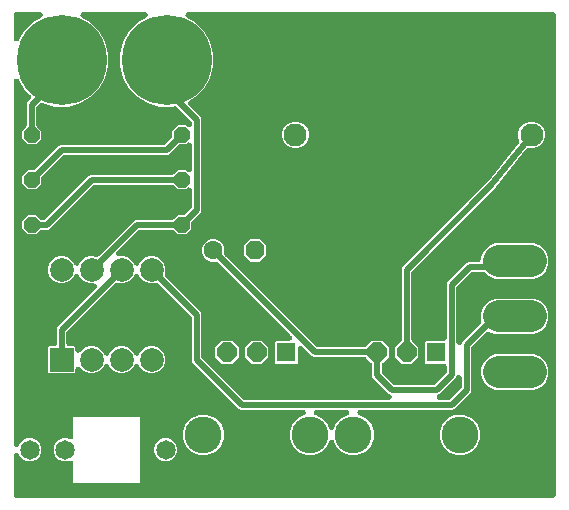
<source format=gbr>
G04 EAGLE Gerber RS-274X export*
G75*
%MOMM*%
%FSLAX34Y34*%
%LPD*%
%INTop Copper*%
%IPPOS*%
%AMOC8*
5,1,8,0,0,1.08239X$1,22.5*%
G01*
%ADD10C,1.950000*%
%ADD11P,1.732040X8X22.500000*%
%ADD12C,1.600200*%
%ADD13P,1.429621X8X22.500000*%
%ADD14R,2.000000X2.000000*%
%ADD15C,2.000000*%
%ADD16C,1.650000*%
%ADD17R,1.650000X1.650000*%
%ADD18P,1.785944X8X112.500000*%
%ADD19C,3.116000*%
%ADD20C,2.705100*%
%ADD21C,7.620000*%
%ADD22C,0.508000*%

G36*
X466635Y10164D02*
X466635Y10164D01*
X466669Y10162D01*
X466858Y10184D01*
X467049Y10201D01*
X467082Y10210D01*
X467116Y10214D01*
X467299Y10269D01*
X467483Y10319D01*
X467514Y10334D01*
X467547Y10344D01*
X467718Y10431D01*
X467890Y10513D01*
X467918Y10533D01*
X467949Y10548D01*
X468101Y10664D01*
X468256Y10775D01*
X468280Y10800D01*
X468307Y10820D01*
X468436Y10960D01*
X468570Y11097D01*
X468589Y11126D01*
X468613Y11152D01*
X468715Y11313D01*
X468822Y11470D01*
X468836Y11502D01*
X468854Y11531D01*
X468927Y11708D01*
X469004Y11882D01*
X469012Y11916D01*
X469025Y11948D01*
X469065Y12135D01*
X469111Y12320D01*
X469113Y12354D01*
X469120Y12388D01*
X469139Y12700D01*
X469139Y419000D01*
X469137Y419026D01*
X469138Y419049D01*
X469138Y419056D01*
X469138Y419069D01*
X469116Y419258D01*
X469099Y419449D01*
X469090Y419482D01*
X469086Y419516D01*
X469031Y419699D01*
X468981Y419883D01*
X468966Y419914D01*
X468956Y419947D01*
X468869Y420118D01*
X468787Y420290D01*
X468767Y420318D01*
X468752Y420349D01*
X468636Y420501D01*
X468525Y420656D01*
X468500Y420680D01*
X468480Y420707D01*
X468340Y420836D01*
X468203Y420970D01*
X468174Y420989D01*
X468148Y421013D01*
X467987Y421115D01*
X467830Y421222D01*
X467798Y421236D01*
X467769Y421254D01*
X467592Y421327D01*
X467418Y421404D01*
X467384Y421412D01*
X467352Y421425D01*
X467165Y421465D01*
X466980Y421511D01*
X466946Y421513D01*
X466912Y421520D01*
X466600Y421539D01*
X158210Y421539D01*
X158199Y421538D01*
X158187Y421539D01*
X157975Y421518D01*
X157761Y421499D01*
X157750Y421496D01*
X157739Y421495D01*
X157533Y421437D01*
X157327Y421381D01*
X157317Y421376D01*
X157306Y421373D01*
X157112Y421279D01*
X156920Y421187D01*
X156911Y421181D01*
X156901Y421176D01*
X156727Y421049D01*
X156554Y420925D01*
X156546Y420917D01*
X156537Y420910D01*
X156389Y420755D01*
X156240Y420603D01*
X156234Y420593D01*
X156226Y420585D01*
X156107Y420406D01*
X155988Y420230D01*
X155984Y420219D01*
X155977Y420209D01*
X155892Y420013D01*
X155806Y419818D01*
X155803Y419807D01*
X155799Y419796D01*
X155750Y419588D01*
X155699Y419380D01*
X155699Y419369D01*
X155696Y419358D01*
X155685Y419144D01*
X155672Y418931D01*
X155673Y418920D01*
X155672Y418908D01*
X155699Y418697D01*
X155724Y418484D01*
X155727Y418472D01*
X155729Y418461D01*
X155791Y418260D01*
X155854Y418053D01*
X155859Y418042D01*
X155863Y418031D01*
X155961Y417842D01*
X156058Y417651D01*
X156065Y417642D01*
X156071Y417632D01*
X156202Y417462D01*
X156330Y417293D01*
X156339Y417285D01*
X156346Y417276D01*
X156505Y417132D01*
X156662Y416988D01*
X156671Y416981D01*
X156680Y416974D01*
X156940Y416801D01*
X164030Y412708D01*
X171408Y405330D01*
X176624Y396295D01*
X179325Y386217D01*
X179325Y375783D01*
X176624Y365705D01*
X171408Y356670D01*
X164030Y349292D01*
X159115Y346454D01*
X158999Y346373D01*
X158878Y346299D01*
X158815Y346244D01*
X158746Y346195D01*
X158647Y346095D01*
X158540Y346001D01*
X158488Y345935D01*
X158429Y345876D01*
X158349Y345759D01*
X158261Y345648D01*
X158221Y345574D01*
X158174Y345505D01*
X158115Y345376D01*
X158048Y345251D01*
X158022Y345171D01*
X157988Y345095D01*
X157953Y344957D01*
X157909Y344823D01*
X157898Y344740D01*
X157877Y344658D01*
X157867Y344517D01*
X157848Y344377D01*
X157851Y344293D01*
X157845Y344209D01*
X157860Y344069D01*
X157866Y343927D01*
X157884Y343845D01*
X157893Y343761D01*
X157933Y343626D01*
X157964Y343488D01*
X157996Y343410D01*
X158020Y343329D01*
X158083Y343203D01*
X158137Y343072D01*
X158183Y343001D01*
X158220Y342926D01*
X158305Y342813D01*
X158382Y342694D01*
X158455Y342611D01*
X158489Y342565D01*
X158527Y342530D01*
X158589Y342460D01*
X167045Y334003D01*
X168546Y332502D01*
X169165Y331009D01*
X169165Y253191D01*
X168546Y251698D01*
X161272Y244424D01*
X161167Y244298D01*
X161055Y244177D01*
X161023Y244126D01*
X160984Y244079D01*
X160902Y243936D01*
X160814Y243797D01*
X160790Y243741D01*
X160760Y243688D01*
X160705Y243533D01*
X160643Y243381D01*
X160630Y243321D01*
X160609Y243263D01*
X160583Y243101D01*
X160548Y242940D01*
X160543Y242864D01*
X160536Y242819D01*
X160537Y242758D01*
X160529Y242629D01*
X160529Y237933D01*
X155767Y233171D01*
X149033Y233171D01*
X145713Y236492D01*
X145586Y236597D01*
X145466Y236709D01*
X145414Y236741D01*
X145367Y236780D01*
X145225Y236862D01*
X145086Y236950D01*
X145029Y236974D01*
X144976Y237004D01*
X144822Y237059D01*
X144669Y237121D01*
X144610Y237134D01*
X144552Y237155D01*
X144390Y237181D01*
X144229Y237216D01*
X144152Y237221D01*
X144108Y237228D01*
X144047Y237227D01*
X143917Y237235D01*
X117035Y237235D01*
X116872Y237221D01*
X116707Y237214D01*
X116648Y237201D01*
X116587Y237195D01*
X116428Y237152D01*
X116268Y237116D01*
X116211Y237093D01*
X116153Y237077D01*
X116004Y237006D01*
X115852Y236943D01*
X115801Y236910D01*
X115746Y236883D01*
X115612Y236788D01*
X115474Y236698D01*
X115416Y236647D01*
X115380Y236621D01*
X115337Y236578D01*
X115240Y236492D01*
X97808Y219060D01*
X97724Y218960D01*
X97634Y218867D01*
X97580Y218787D01*
X97519Y218714D01*
X97454Y218601D01*
X97382Y218494D01*
X97343Y218406D01*
X97296Y218323D01*
X97252Y218201D01*
X97199Y218082D01*
X97177Y217989D01*
X97145Y217899D01*
X97124Y217770D01*
X97093Y217644D01*
X97087Y217549D01*
X97071Y217455D01*
X97073Y217324D01*
X97065Y217195D01*
X97076Y217100D01*
X97077Y217004D01*
X97102Y216877D01*
X97117Y216748D01*
X97145Y216656D01*
X97163Y216562D01*
X97210Y216441D01*
X97247Y216317D01*
X97291Y216232D01*
X97325Y216142D01*
X97393Y216031D01*
X97452Y215915D01*
X97509Y215839D01*
X97559Y215758D01*
X97645Y215660D01*
X97724Y215557D01*
X97794Y215492D01*
X97857Y215420D01*
X97959Y215340D01*
X98055Y215251D01*
X98136Y215200D01*
X98210Y215141D01*
X98325Y215080D01*
X98435Y215010D01*
X98523Y214973D01*
X98607Y214928D01*
X98731Y214888D01*
X98851Y214839D01*
X98945Y214819D01*
X99036Y214789D01*
X99164Y214771D01*
X99291Y214744D01*
X99421Y214736D01*
X99482Y214728D01*
X99526Y214729D01*
X99603Y214725D01*
X103892Y214725D01*
X108128Y212970D01*
X111370Y209728D01*
X111954Y208319D01*
X112014Y208203D01*
X112066Y208084D01*
X112118Y208004D01*
X112163Y207920D01*
X112242Y207817D01*
X112314Y207708D01*
X112380Y207639D01*
X112438Y207564D01*
X112535Y207476D01*
X112625Y207382D01*
X112702Y207326D01*
X112773Y207262D01*
X112883Y207193D01*
X112988Y207116D01*
X113074Y207074D01*
X113155Y207024D01*
X113276Y206976D01*
X113392Y206919D01*
X113484Y206893D01*
X113573Y206857D01*
X113701Y206831D01*
X113826Y206796D01*
X113921Y206786D01*
X114014Y206767D01*
X114144Y206764D01*
X114274Y206751D01*
X114369Y206759D01*
X114464Y206756D01*
X114593Y206776D01*
X114723Y206787D01*
X114815Y206811D01*
X114909Y206825D01*
X115032Y206868D01*
X115158Y206901D01*
X115245Y206941D01*
X115335Y206972D01*
X115449Y207035D01*
X115567Y207090D01*
X115645Y207144D01*
X115728Y207191D01*
X115829Y207273D01*
X115936Y207348D01*
X116003Y207416D01*
X116077Y207476D01*
X116161Y207575D01*
X116253Y207667D01*
X116307Y207746D01*
X116369Y207819D01*
X116435Y207931D01*
X116509Y208038D01*
X116566Y208155D01*
X116597Y208207D01*
X116612Y208249D01*
X116646Y208319D01*
X117230Y209728D01*
X120472Y212970D01*
X124708Y214725D01*
X129292Y214725D01*
X133528Y212970D01*
X136770Y209728D01*
X138525Y205492D01*
X138525Y200908D01*
X138154Y200012D01*
X138090Y199810D01*
X138025Y199608D01*
X138023Y199595D01*
X138019Y199582D01*
X137992Y199372D01*
X137963Y199162D01*
X137964Y199148D01*
X137962Y199135D01*
X137973Y198924D01*
X137982Y198712D01*
X137984Y198699D01*
X137985Y198686D01*
X138033Y198480D01*
X138079Y198272D01*
X138084Y198260D01*
X138087Y198247D01*
X138170Y198054D01*
X138253Y197857D01*
X138260Y197845D01*
X138265Y197833D01*
X138382Y197657D01*
X138497Y197478D01*
X138507Y197467D01*
X138513Y197458D01*
X138541Y197429D01*
X138704Y197244D01*
X167045Y168903D01*
X168546Y167402D01*
X169165Y165909D01*
X169165Y129735D01*
X169179Y129572D01*
X169186Y129407D01*
X169199Y129348D01*
X169205Y129287D01*
X169248Y129128D01*
X169284Y128968D01*
X169307Y128911D01*
X169323Y128853D01*
X169394Y128704D01*
X169457Y128552D01*
X169490Y128501D01*
X169517Y128446D01*
X169612Y128312D01*
X169702Y128174D01*
X169753Y128116D01*
X169779Y128080D01*
X169822Y128037D01*
X169908Y127940D01*
X204140Y93708D01*
X204266Y93603D01*
X204387Y93491D01*
X204438Y93459D01*
X204485Y93420D01*
X204628Y93338D01*
X204767Y93250D01*
X204823Y93226D01*
X204876Y93196D01*
X205031Y93141D01*
X205183Y93079D01*
X205243Y93066D01*
X205301Y93045D01*
X205463Y93019D01*
X205624Y92984D01*
X205700Y92979D01*
X205745Y92972D01*
X205806Y92973D01*
X205935Y92965D01*
X327660Y92965D01*
X327837Y92980D01*
X328014Y92990D01*
X328061Y93000D01*
X328109Y93005D01*
X328280Y93051D01*
X328453Y93092D01*
X328497Y93111D01*
X328543Y93123D01*
X328703Y93199D01*
X328866Y93270D01*
X328906Y93296D01*
X328950Y93317D01*
X329094Y93420D01*
X329242Y93518D01*
X329277Y93551D01*
X329316Y93579D01*
X329439Y93706D01*
X329568Y93828D01*
X329596Y93867D01*
X329630Y93901D01*
X329729Y94049D01*
X329834Y94192D01*
X329855Y94235D01*
X329882Y94274D01*
X329954Y94437D01*
X330032Y94596D01*
X330045Y94642D01*
X330064Y94686D01*
X330106Y94859D01*
X330155Y95030D01*
X330159Y95077D01*
X330171Y95124D01*
X330182Y95301D01*
X330199Y95478D01*
X330195Y95525D01*
X330198Y95573D01*
X330178Y95750D01*
X330164Y95927D01*
X330152Y95973D01*
X330146Y96020D01*
X330095Y96191D01*
X330050Y96362D01*
X330030Y96405D01*
X330016Y96451D01*
X329935Y96610D01*
X329861Y96771D01*
X329833Y96810D01*
X329812Y96853D01*
X329704Y96994D01*
X329602Y97140D01*
X329569Y97173D01*
X329540Y97211D01*
X329409Y97332D01*
X329283Y97457D01*
X329244Y97484D01*
X329209Y97516D01*
X329059Y97612D01*
X328913Y97713D01*
X328859Y97739D01*
X328829Y97758D01*
X328770Y97782D01*
X328632Y97850D01*
X327898Y98154D01*
X314054Y111998D01*
X313435Y113491D01*
X313435Y115109D01*
X313642Y115608D01*
X313677Y115719D01*
X313721Y115827D01*
X313744Y115933D01*
X313777Y116037D01*
X313791Y116153D01*
X313816Y116267D01*
X313826Y116421D01*
X313833Y116484D01*
X313832Y116520D01*
X313835Y116579D01*
X313835Y122689D01*
X313821Y122853D01*
X313814Y123018D01*
X313801Y123077D01*
X313795Y123138D01*
X313752Y123297D01*
X313716Y123457D01*
X313693Y123513D01*
X313677Y123572D01*
X313606Y123720D01*
X313543Y123873D01*
X313510Y123924D01*
X313483Y123979D01*
X313388Y124112D01*
X313298Y124251D01*
X313247Y124309D01*
X313221Y124345D01*
X313178Y124387D01*
X313092Y124485D01*
X308885Y128692D01*
X308759Y128797D01*
X308638Y128909D01*
X308586Y128941D01*
X308540Y128980D01*
X308397Y129062D01*
X308258Y129150D01*
X308201Y129174D01*
X308149Y129204D01*
X307994Y129259D01*
X307841Y129321D01*
X307782Y129334D01*
X307724Y129355D01*
X307562Y129381D01*
X307401Y129416D01*
X307324Y129421D01*
X307280Y129428D01*
X307219Y129427D01*
X307089Y129435D01*
X264471Y129435D01*
X262978Y130054D01*
X255010Y138022D01*
X254910Y138106D01*
X254817Y138196D01*
X254737Y138250D01*
X254664Y138311D01*
X254551Y138376D01*
X254444Y138448D01*
X254356Y138487D01*
X254273Y138534D01*
X254151Y138578D01*
X254032Y138631D01*
X253939Y138653D01*
X253849Y138685D01*
X253721Y138706D01*
X253594Y138737D01*
X253499Y138743D01*
X253405Y138759D01*
X253275Y138757D01*
X253145Y138765D01*
X253050Y138754D01*
X252954Y138753D01*
X252827Y138728D01*
X252698Y138713D01*
X252606Y138685D01*
X252512Y138667D01*
X252391Y138620D01*
X252267Y138583D01*
X252182Y138539D01*
X252092Y138505D01*
X251981Y138437D01*
X251865Y138378D01*
X251789Y138321D01*
X251708Y138271D01*
X251610Y138185D01*
X251507Y138106D01*
X251442Y138036D01*
X251370Y137973D01*
X251290Y137871D01*
X251201Y137775D01*
X251150Y137694D01*
X251091Y137620D01*
X251030Y137505D01*
X250960Y137395D01*
X250923Y137307D01*
X250878Y137223D01*
X250838Y137099D01*
X250789Y136979D01*
X250769Y136885D01*
X250739Y136794D01*
X250721Y136666D01*
X250694Y136539D01*
X250686Y136409D01*
X250678Y136348D01*
X250679Y136304D01*
X250675Y136227D01*
X250675Y124618D01*
X249782Y123725D01*
X232018Y123725D01*
X231125Y124618D01*
X231125Y142382D01*
X232018Y143275D01*
X243627Y143275D01*
X243756Y143286D01*
X243886Y143288D01*
X243980Y143306D01*
X244075Y143315D01*
X244201Y143349D01*
X244328Y143374D01*
X244417Y143408D01*
X244509Y143433D01*
X244627Y143489D01*
X244748Y143536D01*
X244830Y143586D01*
X244916Y143627D01*
X245022Y143702D01*
X245133Y143770D01*
X245204Y143833D01*
X245282Y143889D01*
X245373Y143982D01*
X245470Y144068D01*
X245529Y144143D01*
X245596Y144211D01*
X245669Y144319D01*
X245750Y144421D01*
X245795Y144505D01*
X245848Y144584D01*
X245901Y144703D01*
X245962Y144818D01*
X245992Y144909D01*
X246031Y144996D01*
X246061Y145123D01*
X246102Y145246D01*
X246115Y145341D01*
X246137Y145434D01*
X246145Y145563D01*
X246163Y145692D01*
X246159Y145788D01*
X246165Y145883D01*
X246150Y146012D01*
X246145Y146142D01*
X246124Y146235D01*
X246113Y146330D01*
X246075Y146455D01*
X246047Y146582D01*
X246010Y146670D01*
X245983Y146761D01*
X245924Y146877D01*
X245873Y146997D01*
X245821Y147078D01*
X245778Y147163D01*
X245700Y147266D01*
X245629Y147375D01*
X245543Y147473D01*
X245506Y147521D01*
X245473Y147552D01*
X245422Y147610D01*
X183496Y209536D01*
X183333Y209672D01*
X183172Y209810D01*
X183160Y209816D01*
X183150Y209825D01*
X182967Y209930D01*
X182783Y210037D01*
X182771Y210042D01*
X182759Y210048D01*
X182560Y210119D01*
X182360Y210192D01*
X182348Y210195D01*
X182335Y210199D01*
X182124Y210234D01*
X181917Y210270D01*
X181904Y210270D01*
X181891Y210273D01*
X181677Y210270D01*
X181467Y210269D01*
X181454Y210267D01*
X181441Y210266D01*
X181231Y210226D01*
X181024Y210188D01*
X181013Y210184D01*
X177175Y210184D01*
X173674Y211634D01*
X170994Y214314D01*
X169544Y217815D01*
X169544Y221605D01*
X170994Y225106D01*
X173674Y227786D01*
X177175Y229236D01*
X180965Y229236D01*
X184466Y227786D01*
X187146Y225106D01*
X188596Y221605D01*
X188596Y217743D01*
X188565Y217648D01*
X188563Y217635D01*
X188559Y217622D01*
X188532Y217413D01*
X188503Y217202D01*
X188504Y217188D01*
X188502Y217175D01*
X188513Y216966D01*
X188522Y216752D01*
X188524Y216739D01*
X188525Y216726D01*
X188573Y216520D01*
X188619Y216312D01*
X188624Y216300D01*
X188627Y216287D01*
X188711Y216093D01*
X188793Y215897D01*
X188800Y215886D01*
X188805Y215874D01*
X188922Y215697D01*
X189037Y215518D01*
X189047Y215507D01*
X189053Y215498D01*
X189081Y215469D01*
X189244Y215284D01*
X266220Y138308D01*
X266346Y138203D01*
X266467Y138091D01*
X266518Y138059D01*
X266565Y138020D01*
X266708Y137938D01*
X266847Y137850D01*
X266903Y137826D01*
X266956Y137796D01*
X267111Y137741D01*
X267263Y137679D01*
X267323Y137666D01*
X267381Y137645D01*
X267543Y137619D01*
X267704Y137584D01*
X267780Y137579D01*
X267825Y137572D01*
X267886Y137573D01*
X268015Y137565D01*
X307089Y137565D01*
X307253Y137579D01*
X307418Y137586D01*
X307477Y137599D01*
X307538Y137605D01*
X307697Y137648D01*
X307857Y137684D01*
X307913Y137707D01*
X307972Y137723D01*
X308120Y137794D01*
X308273Y137857D01*
X308324Y137890D01*
X308379Y137917D01*
X308512Y138012D01*
X308651Y138102D01*
X308709Y138153D01*
X308745Y138179D01*
X308787Y138222D01*
X308885Y138308D01*
X313851Y143275D01*
X321949Y143275D01*
X327675Y137549D01*
X327675Y129451D01*
X322708Y124485D01*
X322603Y124359D01*
X322491Y124238D01*
X322459Y124186D01*
X322420Y124140D01*
X322338Y123997D01*
X322250Y123858D01*
X322226Y123801D01*
X322196Y123749D01*
X322141Y123594D01*
X322079Y123441D01*
X322066Y123382D01*
X322045Y123324D01*
X322019Y123162D01*
X321984Y123001D01*
X321979Y122924D01*
X321972Y122880D01*
X321973Y122819D01*
X321965Y122689D01*
X321965Y116635D01*
X321979Y116472D01*
X321986Y116307D01*
X321999Y116248D01*
X322005Y116187D01*
X322048Y116028D01*
X322084Y115868D01*
X322107Y115811D01*
X322123Y115753D01*
X322194Y115604D01*
X322257Y115452D01*
X322290Y115401D01*
X322317Y115346D01*
X322412Y115212D01*
X322502Y115074D01*
X322553Y115016D01*
X322579Y114980D01*
X322622Y114937D01*
X322708Y114840D01*
X331140Y106408D01*
X331266Y106303D01*
X331387Y106191D01*
X331438Y106159D01*
X331485Y106120D01*
X331628Y106038D01*
X331767Y105950D01*
X331823Y105926D01*
X331876Y105896D01*
X332031Y105841D01*
X332183Y105779D01*
X332243Y105766D01*
X332301Y105745D01*
X332463Y105719D01*
X332624Y105684D01*
X332700Y105679D01*
X332745Y105672D01*
X332806Y105673D01*
X332935Y105665D01*
X365565Y105665D01*
X365728Y105679D01*
X365893Y105686D01*
X365952Y105699D01*
X366013Y105705D01*
X366172Y105748D01*
X366332Y105784D01*
X366389Y105807D01*
X366447Y105823D01*
X366596Y105894D01*
X366748Y105957D01*
X366799Y105990D01*
X366854Y106017D01*
X366988Y106112D01*
X367126Y106202D01*
X367184Y106253D01*
X367220Y106279D01*
X367263Y106322D01*
X367360Y106408D01*
X376192Y115240D01*
X376297Y115366D01*
X376409Y115487D01*
X376441Y115538D01*
X376480Y115585D01*
X376562Y115728D01*
X376650Y115867D01*
X376674Y115923D01*
X376704Y115976D01*
X376759Y116131D01*
X376821Y116283D01*
X376834Y116343D01*
X376855Y116401D01*
X376881Y116563D01*
X376916Y116724D01*
X376921Y116800D01*
X376928Y116845D01*
X376927Y116906D01*
X376935Y117035D01*
X376935Y121186D01*
X376932Y121221D01*
X376934Y121255D01*
X376912Y121444D01*
X376895Y121635D01*
X376886Y121668D01*
X376882Y121702D01*
X376827Y121885D01*
X376777Y122069D01*
X376762Y122100D01*
X376752Y122133D01*
X376665Y122304D01*
X376583Y122476D01*
X376563Y122504D01*
X376548Y122535D01*
X376432Y122687D01*
X376321Y122842D01*
X376296Y122866D01*
X376276Y122893D01*
X376136Y123022D01*
X375999Y123156D01*
X375970Y123175D01*
X375944Y123199D01*
X375783Y123301D01*
X375626Y123408D01*
X375594Y123422D01*
X375565Y123440D01*
X375388Y123513D01*
X375214Y123590D01*
X375180Y123598D01*
X375148Y123611D01*
X374961Y123651D01*
X374776Y123697D01*
X374742Y123699D01*
X374708Y123706D01*
X374396Y123725D01*
X359018Y123725D01*
X358125Y124618D01*
X358125Y142382D01*
X359018Y143275D01*
X374396Y143275D01*
X374431Y143278D01*
X374465Y143276D01*
X374654Y143298D01*
X374845Y143315D01*
X374878Y143324D01*
X374912Y143328D01*
X375095Y143383D01*
X375279Y143433D01*
X375310Y143448D01*
X375343Y143458D01*
X375514Y143545D01*
X375686Y143627D01*
X375714Y143647D01*
X375745Y143662D01*
X375897Y143778D01*
X376052Y143889D01*
X376076Y143914D01*
X376103Y143934D01*
X376232Y144074D01*
X376366Y144211D01*
X376385Y144240D01*
X376409Y144266D01*
X376511Y144427D01*
X376618Y144584D01*
X376632Y144616D01*
X376650Y144645D01*
X376723Y144822D01*
X376800Y144996D01*
X376808Y145030D01*
X376821Y145062D01*
X376861Y145249D01*
X376907Y145434D01*
X376909Y145468D01*
X376916Y145502D01*
X376935Y145814D01*
X376935Y191309D01*
X377554Y192802D01*
X393938Y209186D01*
X395431Y209805D01*
X403225Y209805D01*
X403260Y209808D01*
X403294Y209806D01*
X403483Y209828D01*
X403674Y209845D01*
X403707Y209854D01*
X403741Y209858D01*
X403924Y209913D01*
X404108Y209963D01*
X404139Y209978D01*
X404172Y209988D01*
X404343Y210075D01*
X404515Y210157D01*
X404543Y210177D01*
X404574Y210192D01*
X404726Y210308D01*
X404881Y210419D01*
X404905Y210444D01*
X404932Y210464D01*
X405061Y210604D01*
X405195Y210741D01*
X405214Y210770D01*
X405238Y210796D01*
X405340Y210957D01*
X405447Y211114D01*
X405461Y211146D01*
X405479Y211175D01*
X405552Y211352D01*
X405629Y211526D01*
X405637Y211560D01*
X405650Y211592D01*
X405690Y211779D01*
X405736Y211964D01*
X405738Y211998D01*
X405745Y212032D01*
X405764Y212344D01*
X405764Y213814D01*
X408056Y219345D01*
X412289Y223579D01*
X417821Y225870D01*
X450859Y225870D01*
X456391Y223579D01*
X460624Y219345D01*
X462916Y213814D01*
X462916Y207826D01*
X460624Y202295D01*
X456391Y198061D01*
X450859Y195770D01*
X417821Y195770D01*
X412289Y198061D01*
X409419Y200932D01*
X409292Y201037D01*
X409172Y201149D01*
X409120Y201181D01*
X409073Y201220D01*
X408931Y201302D01*
X408792Y201390D01*
X408735Y201414D01*
X408682Y201444D01*
X408528Y201499D01*
X408375Y201561D01*
X408316Y201574D01*
X408258Y201595D01*
X408096Y201621D01*
X407935Y201656D01*
X407858Y201661D01*
X407814Y201668D01*
X407753Y201667D01*
X407623Y201675D01*
X398975Y201675D01*
X398812Y201661D01*
X398647Y201654D01*
X398588Y201641D01*
X398527Y201635D01*
X398368Y201592D01*
X398208Y201556D01*
X398151Y201533D01*
X398093Y201517D01*
X397944Y201446D01*
X397792Y201383D01*
X397741Y201350D01*
X397686Y201323D01*
X397552Y201228D01*
X397414Y201138D01*
X397356Y201087D01*
X397320Y201061D01*
X397277Y201018D01*
X397180Y200932D01*
X385808Y189560D01*
X385703Y189434D01*
X385591Y189313D01*
X385559Y189262D01*
X385520Y189215D01*
X385438Y189072D01*
X385350Y188933D01*
X385326Y188877D01*
X385296Y188824D01*
X385241Y188669D01*
X385179Y188517D01*
X385166Y188457D01*
X385145Y188399D01*
X385119Y188237D01*
X385084Y188076D01*
X385079Y188000D01*
X385072Y187955D01*
X385073Y187894D01*
X385065Y187765D01*
X385065Y142240D01*
X385080Y142063D01*
X385090Y141886D01*
X385100Y141839D01*
X385105Y141791D01*
X385151Y141620D01*
X385192Y141447D01*
X385211Y141403D01*
X385223Y141357D01*
X385299Y141197D01*
X385370Y141034D01*
X385396Y140994D01*
X385417Y140950D01*
X385520Y140806D01*
X385618Y140658D01*
X385651Y140623D01*
X385679Y140584D01*
X385806Y140461D01*
X385928Y140332D01*
X385967Y140304D01*
X386001Y140270D01*
X386149Y140171D01*
X386292Y140066D01*
X386335Y140045D01*
X386374Y140018D01*
X386537Y139946D01*
X386696Y139868D01*
X386742Y139855D01*
X386786Y139836D01*
X386959Y139794D01*
X387130Y139745D01*
X387177Y139741D01*
X387224Y139729D01*
X387401Y139718D01*
X387578Y139701D01*
X387625Y139705D01*
X387673Y139702D01*
X387850Y139722D01*
X388027Y139736D01*
X388073Y139748D01*
X388120Y139754D01*
X388291Y139805D01*
X388462Y139850D01*
X388505Y139870D01*
X388551Y139884D01*
X388710Y139965D01*
X388871Y140039D01*
X388910Y140067D01*
X388953Y140088D01*
X389094Y140196D01*
X389240Y140298D01*
X389273Y140331D01*
X389311Y140360D01*
X389432Y140491D01*
X389557Y140617D01*
X389584Y140656D01*
X389616Y140691D01*
X389712Y140841D01*
X389813Y140987D01*
X389839Y141041D01*
X389858Y141071D01*
X389882Y141130D01*
X389950Y141268D01*
X390254Y142002D01*
X405538Y157286D01*
X405675Y157450D01*
X405812Y157610D01*
X405818Y157622D01*
X405827Y157632D01*
X405932Y157816D01*
X406039Y157999D01*
X406044Y158011D01*
X406050Y158023D01*
X406121Y158222D01*
X406194Y158422D01*
X406197Y158435D01*
X406201Y158447D01*
X406236Y158657D01*
X406272Y158865D01*
X406272Y158878D01*
X406275Y158891D01*
X406272Y159105D01*
X406271Y159315D01*
X406269Y159328D01*
X406268Y159341D01*
X406228Y159550D01*
X406190Y159758D01*
X406185Y159773D01*
X406183Y159784D01*
X406169Y159820D01*
X406088Y160054D01*
X405764Y160836D01*
X405764Y166824D01*
X408056Y172355D01*
X412289Y176589D01*
X417821Y178880D01*
X450859Y178880D01*
X456391Y176589D01*
X460624Y172355D01*
X462916Y166824D01*
X462916Y160836D01*
X460624Y155305D01*
X456391Y151071D01*
X450859Y148780D01*
X417821Y148780D01*
X412817Y150852D01*
X412614Y150916D01*
X412414Y150981D01*
X412401Y150983D01*
X412388Y150987D01*
X412177Y151014D01*
X411967Y151043D01*
X411954Y151042D01*
X411941Y151044D01*
X411730Y151033D01*
X411518Y151024D01*
X411505Y151021D01*
X411491Y151021D01*
X411286Y150973D01*
X411078Y150927D01*
X411066Y150922D01*
X411053Y150919D01*
X410859Y150835D01*
X410663Y150753D01*
X410651Y150746D01*
X410639Y150741D01*
X410463Y150624D01*
X410284Y150509D01*
X410272Y150498D01*
X410264Y150492D01*
X410235Y150465D01*
X410050Y150302D01*
X398508Y138760D01*
X398403Y138634D01*
X398291Y138513D01*
X398259Y138462D01*
X398220Y138415D01*
X398138Y138272D01*
X398050Y138133D01*
X398026Y138077D01*
X397996Y138024D01*
X397941Y137869D01*
X397879Y137717D01*
X397866Y137657D01*
X397845Y137599D01*
X397819Y137437D01*
X397784Y137276D01*
X397779Y137200D01*
X397772Y137155D01*
X397773Y137094D01*
X397765Y136965D01*
X397765Y100791D01*
X397146Y99298D01*
X383283Y85434D01*
X383231Y85407D01*
X383071Y85331D01*
X383032Y85304D01*
X382990Y85281D01*
X382850Y85173D01*
X382705Y85069D01*
X382672Y85035D01*
X382634Y85006D01*
X382515Y84874D01*
X382424Y84780D01*
X382257Y84816D01*
X382198Y84820D01*
X382162Y84826D01*
X382099Y84826D01*
X381945Y84835D01*
X303855Y84835D01*
X303677Y84820D01*
X303500Y84810D01*
X303454Y84800D01*
X303406Y84795D01*
X303234Y84749D01*
X303062Y84708D01*
X303018Y84689D01*
X302972Y84677D01*
X302812Y84601D01*
X302648Y84530D01*
X302608Y84504D01*
X302565Y84483D01*
X302421Y84380D01*
X302272Y84282D01*
X302238Y84249D01*
X302199Y84221D01*
X302075Y84094D01*
X301947Y83972D01*
X301918Y83933D01*
X301885Y83899D01*
X301785Y83751D01*
X301681Y83608D01*
X301660Y83565D01*
X301633Y83526D01*
X301561Y83363D01*
X301483Y83204D01*
X301470Y83158D01*
X301451Y83114D01*
X301409Y82941D01*
X301360Y82770D01*
X301355Y82723D01*
X301344Y82676D01*
X301333Y82499D01*
X301315Y82322D01*
X301319Y82275D01*
X301316Y82227D01*
X301337Y82050D01*
X301351Y81873D01*
X301363Y81827D01*
X301368Y81780D01*
X301420Y81609D01*
X301465Y81438D01*
X301485Y81395D01*
X301499Y81349D01*
X301579Y81190D01*
X301654Y81029D01*
X301681Y80990D01*
X301703Y80947D01*
X301810Y80806D01*
X301912Y80660D01*
X301946Y80627D01*
X301975Y80589D01*
X302106Y80468D01*
X302232Y80343D01*
X302271Y80316D01*
X302306Y80284D01*
X302456Y80188D01*
X302602Y80087D01*
X302655Y80061D01*
X302686Y80042D01*
X302744Y80018D01*
X302883Y79950D01*
X307589Y78001D01*
X312401Y73189D01*
X315005Y66902D01*
X315005Y60098D01*
X312401Y53811D01*
X307589Y48999D01*
X301302Y46395D01*
X294498Y46395D01*
X288211Y48999D01*
X283399Y53811D01*
X281746Y57803D01*
X281686Y57918D01*
X281634Y58037D01*
X281582Y58117D01*
X281537Y58202D01*
X281458Y58304D01*
X281386Y58413D01*
X281320Y58482D01*
X281262Y58558D01*
X281165Y58645D01*
X281075Y58739D01*
X280998Y58795D01*
X280927Y58859D01*
X280817Y58928D01*
X280712Y59005D01*
X280626Y59047D01*
X280545Y59097D01*
X280424Y59145D01*
X280308Y59202D01*
X280216Y59228D01*
X280127Y59264D01*
X279999Y59290D01*
X279874Y59325D01*
X279779Y59335D01*
X279686Y59354D01*
X279556Y59357D01*
X279426Y59370D01*
X279331Y59362D01*
X279236Y59365D01*
X279107Y59345D01*
X278977Y59335D01*
X278885Y59310D01*
X278791Y59296D01*
X278668Y59254D01*
X278542Y59221D01*
X278455Y59180D01*
X278365Y59149D01*
X278251Y59086D01*
X278133Y59031D01*
X278055Y58977D01*
X277972Y58930D01*
X277871Y58848D01*
X277764Y58773D01*
X277697Y58705D01*
X277623Y58645D01*
X277539Y58546D01*
X277447Y58454D01*
X277393Y58375D01*
X277331Y58302D01*
X277265Y58190D01*
X277191Y58083D01*
X277134Y57966D01*
X277103Y57914D01*
X277088Y57872D01*
X277054Y57802D01*
X275401Y53811D01*
X270589Y48999D01*
X264302Y46395D01*
X257498Y46395D01*
X251211Y48999D01*
X246399Y53811D01*
X243795Y60098D01*
X243795Y66902D01*
X246399Y73189D01*
X251211Y78001D01*
X255917Y79950D01*
X256075Y80032D01*
X256235Y80109D01*
X256274Y80136D01*
X256316Y80159D01*
X256457Y80267D01*
X256601Y80371D01*
X256634Y80405D01*
X256672Y80434D01*
X256791Y80566D01*
X256915Y80693D01*
X256942Y80733D01*
X256974Y80769D01*
X257068Y80919D01*
X257167Y81066D01*
X257187Y81110D01*
X257212Y81151D01*
X257277Y81316D01*
X257349Y81478D01*
X257361Y81525D01*
X257378Y81569D01*
X257414Y81743D01*
X257456Y81916D01*
X257459Y81963D01*
X257469Y82010D01*
X257473Y82188D01*
X257484Y82365D01*
X257478Y82413D01*
X257479Y82460D01*
X257452Y82636D01*
X257432Y82812D01*
X257418Y82858D01*
X257411Y82905D01*
X257353Y83073D01*
X257301Y83243D01*
X257280Y83286D01*
X257264Y83331D01*
X257178Y83486D01*
X257097Y83645D01*
X257068Y83683D01*
X257045Y83724D01*
X256932Y83862D01*
X256825Y84003D01*
X256790Y84036D01*
X256760Y84073D01*
X256625Y84188D01*
X256494Y84309D01*
X256453Y84334D01*
X256417Y84365D01*
X256264Y84455D01*
X256114Y84550D01*
X256070Y84569D01*
X256029Y84593D01*
X255862Y84654D01*
X255698Y84721D01*
X255651Y84731D01*
X255606Y84748D01*
X255431Y84779D01*
X255257Y84816D01*
X255198Y84820D01*
X255162Y84826D01*
X255099Y84826D01*
X254945Y84835D01*
X202391Y84835D01*
X200898Y85454D01*
X161654Y124698D01*
X161035Y126191D01*
X161035Y162365D01*
X161021Y162528D01*
X161014Y162693D01*
X161001Y162752D01*
X160995Y162813D01*
X160952Y162972D01*
X160916Y163132D01*
X160893Y163189D01*
X160877Y163247D01*
X160806Y163396D01*
X160743Y163548D01*
X160710Y163599D01*
X160683Y163654D01*
X160588Y163788D01*
X160498Y163926D01*
X160447Y163984D01*
X160421Y164020D01*
X160378Y164063D01*
X160292Y164160D01*
X132956Y191496D01*
X132792Y191633D01*
X132632Y191770D01*
X132620Y191776D01*
X132610Y191785D01*
X132426Y191890D01*
X132243Y191997D01*
X132231Y192002D01*
X132219Y192008D01*
X132020Y192079D01*
X131821Y192152D01*
X131808Y192155D01*
X131795Y192159D01*
X131585Y192194D01*
X131377Y192230D01*
X131364Y192230D01*
X131351Y192233D01*
X131137Y192230D01*
X130927Y192229D01*
X130914Y192227D01*
X130901Y192226D01*
X130692Y192186D01*
X130484Y192148D01*
X130469Y192143D01*
X130459Y192141D01*
X130422Y192127D01*
X130188Y192046D01*
X129292Y191675D01*
X124708Y191675D01*
X120472Y193430D01*
X117230Y196672D01*
X116646Y198081D01*
X116586Y198196D01*
X116534Y198316D01*
X116482Y198396D01*
X116437Y198480D01*
X116358Y198583D01*
X116286Y198692D01*
X116220Y198761D01*
X116162Y198836D01*
X116065Y198923D01*
X115976Y199018D01*
X115898Y199074D01*
X115828Y199138D01*
X115717Y199207D01*
X115612Y199284D01*
X115526Y199325D01*
X115445Y199376D01*
X115324Y199424D01*
X115208Y199481D01*
X115116Y199507D01*
X115027Y199543D01*
X114900Y199569D01*
X114774Y199604D01*
X114679Y199614D01*
X114586Y199633D01*
X114456Y199636D01*
X114326Y199649D01*
X114231Y199641D01*
X114136Y199644D01*
X114007Y199624D01*
X113877Y199613D01*
X113785Y199589D01*
X113691Y199575D01*
X113567Y199532D01*
X113442Y199499D01*
X113355Y199459D01*
X113265Y199428D01*
X113151Y199365D01*
X113033Y199310D01*
X112955Y199255D01*
X112872Y199209D01*
X112771Y199127D01*
X112664Y199052D01*
X112597Y198984D01*
X112523Y198924D01*
X112439Y198825D01*
X112347Y198733D01*
X112293Y198654D01*
X112231Y198581D01*
X112165Y198469D01*
X112091Y198362D01*
X112034Y198245D01*
X112003Y198193D01*
X111988Y198151D01*
X111954Y198081D01*
X111370Y196672D01*
X108128Y193430D01*
X103892Y191675D01*
X99308Y191675D01*
X98412Y192046D01*
X98210Y192110D01*
X98008Y192175D01*
X97995Y192177D01*
X97982Y192181D01*
X97772Y192208D01*
X97562Y192237D01*
X97548Y192236D01*
X97535Y192238D01*
X97325Y192227D01*
X97112Y192218D01*
X97099Y192216D01*
X97086Y192215D01*
X96881Y192167D01*
X96672Y192121D01*
X96660Y192116D01*
X96647Y192113D01*
X96454Y192030D01*
X96257Y191947D01*
X96245Y191940D01*
X96233Y191935D01*
X96057Y191818D01*
X95878Y191703D01*
X95867Y191693D01*
X95858Y191687D01*
X95829Y191659D01*
X95644Y191496D01*
X55608Y151460D01*
X55503Y151334D01*
X55391Y151213D01*
X55359Y151162D01*
X55320Y151115D01*
X55238Y150972D01*
X55150Y150833D01*
X55126Y150777D01*
X55096Y150724D01*
X55041Y150569D01*
X54979Y150417D01*
X54966Y150357D01*
X54945Y150299D01*
X54919Y150137D01*
X54884Y149976D01*
X54879Y149900D01*
X54872Y149855D01*
X54873Y149794D01*
X54865Y149665D01*
X54865Y141064D01*
X54868Y141029D01*
X54866Y140995D01*
X54888Y140806D01*
X54905Y140615D01*
X54914Y140582D01*
X54918Y140548D01*
X54973Y140365D01*
X55023Y140181D01*
X55038Y140150D01*
X55048Y140117D01*
X55135Y139946D01*
X55217Y139774D01*
X55237Y139746D01*
X55252Y139715D01*
X55368Y139563D01*
X55479Y139408D01*
X55504Y139384D01*
X55524Y139357D01*
X55664Y139228D01*
X55801Y139094D01*
X55830Y139075D01*
X55856Y139051D01*
X56017Y138949D01*
X56174Y138842D01*
X56206Y138828D01*
X56235Y138810D01*
X56412Y138737D01*
X56586Y138660D01*
X56620Y138652D01*
X56652Y138639D01*
X56839Y138599D01*
X57024Y138553D01*
X57058Y138551D01*
X57092Y138544D01*
X57404Y138525D01*
X61432Y138525D01*
X62325Y137632D01*
X62325Y135553D01*
X62336Y135424D01*
X62338Y135294D01*
X62356Y135200D01*
X62365Y135105D01*
X62399Y134979D01*
X62424Y134852D01*
X62458Y134763D01*
X62483Y134671D01*
X62539Y134553D01*
X62586Y134432D01*
X62636Y134350D01*
X62677Y134264D01*
X62752Y134158D01*
X62820Y134047D01*
X62883Y133976D01*
X62939Y133898D01*
X63032Y133807D01*
X63118Y133710D01*
X63193Y133650D01*
X63261Y133584D01*
X63369Y133511D01*
X63471Y133430D01*
X63555Y133385D01*
X63634Y133332D01*
X63753Y133279D01*
X63868Y133218D01*
X63959Y133188D01*
X64046Y133149D01*
X64173Y133119D01*
X64296Y133078D01*
X64391Y133065D01*
X64484Y133043D01*
X64613Y133035D01*
X64742Y133017D01*
X64838Y133021D01*
X64933Y133015D01*
X65062Y133030D01*
X65192Y133035D01*
X65285Y133056D01*
X65380Y133067D01*
X65505Y133105D01*
X65632Y133133D01*
X65720Y133170D01*
X65811Y133197D01*
X65927Y133257D01*
X66047Y133307D01*
X66127Y133358D01*
X66213Y133402D01*
X66316Y133480D01*
X66425Y133551D01*
X66523Y133637D01*
X66571Y133674D01*
X66602Y133707D01*
X66660Y133758D01*
X69672Y136770D01*
X73908Y138525D01*
X78492Y138525D01*
X82728Y136770D01*
X85970Y133528D01*
X86554Y132119D01*
X86614Y132004D01*
X86666Y131884D01*
X86718Y131804D01*
X86763Y131720D01*
X86842Y131617D01*
X86914Y131508D01*
X86980Y131439D01*
X87038Y131364D01*
X87135Y131277D01*
X87224Y131182D01*
X87302Y131126D01*
X87372Y131062D01*
X87483Y130993D01*
X87588Y130916D01*
X87674Y130875D01*
X87755Y130824D01*
X87876Y130776D01*
X87992Y130719D01*
X88084Y130693D01*
X88173Y130657D01*
X88300Y130631D01*
X88426Y130596D01*
X88521Y130586D01*
X88614Y130567D01*
X88744Y130564D01*
X88874Y130551D01*
X88969Y130559D01*
X89064Y130556D01*
X89193Y130576D01*
X89323Y130587D01*
X89415Y130611D01*
X89509Y130625D01*
X89633Y130668D01*
X89758Y130701D01*
X89845Y130741D01*
X89935Y130772D01*
X90049Y130835D01*
X90167Y130890D01*
X90245Y130945D01*
X90328Y130991D01*
X90429Y131073D01*
X90536Y131148D01*
X90603Y131216D01*
X90677Y131276D01*
X90761Y131375D01*
X90853Y131467D01*
X90907Y131546D01*
X90969Y131619D01*
X91035Y131731D01*
X91109Y131838D01*
X91166Y131955D01*
X91197Y132007D01*
X91212Y132049D01*
X91246Y132119D01*
X91830Y133528D01*
X95072Y136770D01*
X99308Y138525D01*
X103892Y138525D01*
X108128Y136770D01*
X111370Y133528D01*
X111954Y132119D01*
X112014Y132004D01*
X112066Y131884D01*
X112118Y131804D01*
X112163Y131720D01*
X112242Y131617D01*
X112314Y131508D01*
X112380Y131439D01*
X112438Y131364D01*
X112535Y131277D01*
X112624Y131182D01*
X112702Y131126D01*
X112772Y131062D01*
X112883Y130993D01*
X112988Y130916D01*
X113074Y130875D01*
X113155Y130824D01*
X113276Y130776D01*
X113392Y130719D01*
X113484Y130693D01*
X113573Y130657D01*
X113700Y130631D01*
X113826Y130596D01*
X113921Y130586D01*
X114014Y130567D01*
X114144Y130564D01*
X114274Y130551D01*
X114369Y130559D01*
X114464Y130556D01*
X114593Y130576D01*
X114723Y130587D01*
X114815Y130611D01*
X114909Y130625D01*
X115033Y130668D01*
X115158Y130701D01*
X115245Y130741D01*
X115335Y130772D01*
X115449Y130835D01*
X115567Y130890D01*
X115645Y130945D01*
X115728Y130991D01*
X115829Y131073D01*
X115936Y131148D01*
X116003Y131216D01*
X116077Y131276D01*
X116161Y131375D01*
X116253Y131467D01*
X116307Y131546D01*
X116369Y131619D01*
X116435Y131731D01*
X116509Y131838D01*
X116566Y131955D01*
X116597Y132007D01*
X116612Y132049D01*
X116646Y132119D01*
X117230Y133528D01*
X120472Y136770D01*
X124708Y138525D01*
X129292Y138525D01*
X133528Y136770D01*
X136770Y133528D01*
X138525Y129292D01*
X138525Y124708D01*
X136770Y120472D01*
X133528Y117230D01*
X129292Y115475D01*
X124708Y115475D01*
X120472Y117230D01*
X117230Y120472D01*
X116646Y121881D01*
X116586Y121997D01*
X116534Y122116D01*
X116482Y122196D01*
X116437Y122280D01*
X116358Y122383D01*
X116286Y122492D01*
X116220Y122561D01*
X116162Y122636D01*
X116065Y122724D01*
X115975Y122818D01*
X115898Y122874D01*
X115827Y122938D01*
X115717Y123007D01*
X115612Y123084D01*
X115526Y123126D01*
X115445Y123176D01*
X115324Y123224D01*
X115208Y123281D01*
X115116Y123307D01*
X115027Y123343D01*
X114899Y123369D01*
X114774Y123404D01*
X114679Y123414D01*
X114586Y123433D01*
X114456Y123436D01*
X114326Y123449D01*
X114231Y123441D01*
X114136Y123444D01*
X114007Y123424D01*
X113877Y123413D01*
X113785Y123389D01*
X113691Y123375D01*
X113568Y123332D01*
X113442Y123299D01*
X113355Y123259D01*
X113265Y123228D01*
X113151Y123165D01*
X113033Y123110D01*
X112955Y123056D01*
X112872Y123009D01*
X112771Y122927D01*
X112664Y122852D01*
X112597Y122784D01*
X112523Y122724D01*
X112439Y122625D01*
X112347Y122533D01*
X112293Y122454D01*
X112231Y122381D01*
X112165Y122269D01*
X112091Y122162D01*
X112034Y122045D01*
X112003Y121993D01*
X111988Y121951D01*
X111954Y121881D01*
X111370Y120472D01*
X108128Y117230D01*
X103892Y115475D01*
X99308Y115475D01*
X95072Y117230D01*
X91830Y120472D01*
X91246Y121881D01*
X91186Y121997D01*
X91134Y122116D01*
X91082Y122196D01*
X91037Y122280D01*
X90958Y122383D01*
X90886Y122492D01*
X90820Y122561D01*
X90762Y122636D01*
X90665Y122724D01*
X90575Y122818D01*
X90498Y122874D01*
X90427Y122938D01*
X90317Y123007D01*
X90212Y123084D01*
X90126Y123126D01*
X90045Y123176D01*
X89924Y123224D01*
X89808Y123281D01*
X89716Y123307D01*
X89627Y123343D01*
X89499Y123369D01*
X89374Y123404D01*
X89279Y123414D01*
X89186Y123433D01*
X89056Y123436D01*
X88926Y123449D01*
X88831Y123441D01*
X88736Y123444D01*
X88607Y123424D01*
X88477Y123413D01*
X88385Y123389D01*
X88291Y123375D01*
X88168Y123332D01*
X88042Y123299D01*
X87955Y123259D01*
X87865Y123228D01*
X87751Y123165D01*
X87633Y123110D01*
X87555Y123056D01*
X87472Y123009D01*
X87371Y122927D01*
X87264Y122852D01*
X87197Y122784D01*
X87123Y122724D01*
X87039Y122625D01*
X86947Y122533D01*
X86893Y122454D01*
X86831Y122381D01*
X86765Y122269D01*
X86691Y122162D01*
X86634Y122045D01*
X86603Y121993D01*
X86588Y121951D01*
X86554Y121881D01*
X85970Y120472D01*
X82728Y117230D01*
X78492Y115475D01*
X73908Y115475D01*
X69672Y117230D01*
X66660Y120242D01*
X66560Y120325D01*
X66467Y120416D01*
X66387Y120470D01*
X66314Y120531D01*
X66201Y120595D01*
X66094Y120668D01*
X66006Y120707D01*
X65923Y120754D01*
X65801Y120798D01*
X65682Y120851D01*
X65589Y120873D01*
X65499Y120905D01*
X65371Y120926D01*
X65244Y120957D01*
X65149Y120963D01*
X65055Y120979D01*
X64925Y120977D01*
X64795Y120985D01*
X64700Y120974D01*
X64604Y120973D01*
X64477Y120948D01*
X64348Y120933D01*
X64256Y120905D01*
X64162Y120887D01*
X64041Y120840D01*
X63917Y120803D01*
X63831Y120759D01*
X63742Y120725D01*
X63631Y120657D01*
X63515Y120598D01*
X63439Y120540D01*
X63358Y120491D01*
X63260Y120405D01*
X63157Y120326D01*
X63092Y120256D01*
X63020Y120193D01*
X62940Y120091D01*
X62851Y119995D01*
X62800Y119914D01*
X62741Y119840D01*
X62680Y119725D01*
X62610Y119615D01*
X62573Y119527D01*
X62528Y119443D01*
X62488Y119319D01*
X62439Y119199D01*
X62419Y119105D01*
X62389Y119014D01*
X62371Y118886D01*
X62344Y118758D01*
X62336Y118629D01*
X62328Y118568D01*
X62329Y118523D01*
X62325Y118447D01*
X62325Y116368D01*
X61432Y115475D01*
X40168Y115475D01*
X39275Y116368D01*
X39275Y137632D01*
X40168Y138525D01*
X44196Y138525D01*
X44231Y138528D01*
X44265Y138526D01*
X44454Y138548D01*
X44645Y138565D01*
X44678Y138574D01*
X44712Y138578D01*
X44895Y138633D01*
X45079Y138683D01*
X45110Y138698D01*
X45143Y138708D01*
X45314Y138795D01*
X45486Y138877D01*
X45514Y138897D01*
X45545Y138912D01*
X45697Y139028D01*
X45852Y139139D01*
X45876Y139164D01*
X45903Y139184D01*
X46032Y139324D01*
X46166Y139461D01*
X46185Y139490D01*
X46209Y139516D01*
X46311Y139677D01*
X46418Y139834D01*
X46432Y139866D01*
X46450Y139895D01*
X46523Y140072D01*
X46600Y140246D01*
X46608Y140280D01*
X46621Y140312D01*
X46661Y140499D01*
X46707Y140684D01*
X46709Y140718D01*
X46716Y140752D01*
X46735Y141064D01*
X46735Y153209D01*
X47354Y154702D01*
X79992Y187340D01*
X80076Y187440D01*
X80166Y187533D01*
X80220Y187613D01*
X80281Y187686D01*
X80346Y187799D01*
X80418Y187906D01*
X80457Y187994D01*
X80504Y188077D01*
X80548Y188199D01*
X80601Y188318D01*
X80623Y188411D01*
X80655Y188501D01*
X80676Y188630D01*
X80707Y188756D01*
X80713Y188851D01*
X80729Y188945D01*
X80727Y189076D01*
X80735Y189205D01*
X80724Y189300D01*
X80723Y189396D01*
X80698Y189523D01*
X80683Y189652D01*
X80655Y189744D01*
X80637Y189838D01*
X80590Y189959D01*
X80553Y190083D01*
X80509Y190168D01*
X80475Y190258D01*
X80407Y190369D01*
X80348Y190485D01*
X80291Y190561D01*
X80241Y190642D01*
X80155Y190740D01*
X80076Y190843D01*
X80006Y190908D01*
X79943Y190980D01*
X79841Y191060D01*
X79745Y191149D01*
X79664Y191200D01*
X79590Y191259D01*
X79475Y191320D01*
X79365Y191390D01*
X79277Y191427D01*
X79193Y191472D01*
X79069Y191512D01*
X78949Y191561D01*
X78855Y191581D01*
X78764Y191611D01*
X78636Y191629D01*
X78509Y191656D01*
X78379Y191664D01*
X78318Y191672D01*
X78274Y191671D01*
X78197Y191675D01*
X73908Y191675D01*
X69672Y193430D01*
X66430Y196672D01*
X65846Y198081D01*
X65786Y198196D01*
X65734Y198316D01*
X65682Y198396D01*
X65637Y198480D01*
X65558Y198583D01*
X65486Y198692D01*
X65420Y198761D01*
X65362Y198836D01*
X65265Y198923D01*
X65176Y199018D01*
X65098Y199074D01*
X65028Y199138D01*
X64917Y199207D01*
X64812Y199284D01*
X64726Y199325D01*
X64645Y199376D01*
X64524Y199424D01*
X64408Y199481D01*
X64316Y199507D01*
X64227Y199543D01*
X64100Y199569D01*
X63974Y199604D01*
X63879Y199614D01*
X63786Y199633D01*
X63656Y199636D01*
X63526Y199649D01*
X63431Y199641D01*
X63336Y199644D01*
X63207Y199624D01*
X63077Y199613D01*
X62985Y199589D01*
X62891Y199575D01*
X62767Y199532D01*
X62642Y199499D01*
X62555Y199459D01*
X62465Y199428D01*
X62351Y199365D01*
X62233Y199310D01*
X62155Y199255D01*
X62072Y199209D01*
X61971Y199127D01*
X61864Y199052D01*
X61797Y198984D01*
X61723Y198924D01*
X61639Y198825D01*
X61547Y198733D01*
X61493Y198654D01*
X61431Y198581D01*
X61365Y198469D01*
X61291Y198362D01*
X61234Y198245D01*
X61203Y198193D01*
X61188Y198151D01*
X61154Y198081D01*
X60570Y196672D01*
X57328Y193430D01*
X53092Y191675D01*
X48508Y191675D01*
X44272Y193430D01*
X41030Y196672D01*
X39275Y200908D01*
X39275Y205492D01*
X41030Y209728D01*
X44272Y212970D01*
X48508Y214725D01*
X53092Y214725D01*
X57328Y212970D01*
X60570Y209728D01*
X61154Y208319D01*
X61214Y208203D01*
X61266Y208084D01*
X61318Y208004D01*
X61363Y207920D01*
X61442Y207817D01*
X61514Y207708D01*
X61580Y207639D01*
X61638Y207564D01*
X61735Y207476D01*
X61825Y207382D01*
X61902Y207326D01*
X61973Y207262D01*
X62083Y207193D01*
X62188Y207116D01*
X62274Y207074D01*
X62355Y207024D01*
X62476Y206976D01*
X62592Y206919D01*
X62684Y206893D01*
X62773Y206857D01*
X62901Y206831D01*
X63026Y206796D01*
X63121Y206786D01*
X63214Y206767D01*
X63344Y206764D01*
X63474Y206751D01*
X63569Y206759D01*
X63664Y206756D01*
X63793Y206776D01*
X63923Y206787D01*
X64015Y206811D01*
X64109Y206825D01*
X64232Y206868D01*
X64358Y206901D01*
X64445Y206941D01*
X64535Y206972D01*
X64649Y207035D01*
X64767Y207090D01*
X64845Y207144D01*
X64928Y207191D01*
X65029Y207273D01*
X65136Y207348D01*
X65203Y207416D01*
X65277Y207476D01*
X65361Y207575D01*
X65453Y207667D01*
X65507Y207746D01*
X65569Y207819D01*
X65635Y207931D01*
X65709Y208038D01*
X65766Y208155D01*
X65797Y208207D01*
X65812Y208249D01*
X65846Y208319D01*
X66430Y209728D01*
X69672Y212970D01*
X73908Y214725D01*
X78492Y214725D01*
X79388Y214354D01*
X79590Y214290D01*
X79792Y214225D01*
X79805Y214223D01*
X79818Y214219D01*
X80028Y214192D01*
X80238Y214163D01*
X80252Y214164D01*
X80265Y214162D01*
X80475Y214173D01*
X80688Y214182D01*
X80701Y214184D01*
X80714Y214185D01*
X80919Y214233D01*
X81128Y214279D01*
X81140Y214284D01*
X81153Y214287D01*
X81346Y214370D01*
X81543Y214453D01*
X81555Y214460D01*
X81567Y214465D01*
X81743Y214582D01*
X81922Y214697D01*
X81933Y214707D01*
X81942Y214713D01*
X81971Y214741D01*
X82156Y214904D01*
X110497Y243245D01*
X111998Y244746D01*
X113491Y245365D01*
X143917Y245365D01*
X144081Y245379D01*
X144245Y245386D01*
X144305Y245399D01*
X144366Y245405D01*
X144525Y245448D01*
X144685Y245484D01*
X144741Y245507D01*
X144800Y245523D01*
X144948Y245594D01*
X145100Y245657D01*
X145152Y245690D01*
X145207Y245717D01*
X145340Y245812D01*
X145479Y245902D01*
X145536Y245953D01*
X145573Y245979D01*
X145615Y246022D01*
X145713Y246108D01*
X149033Y249429D01*
X153729Y249429D01*
X153892Y249443D01*
X154057Y249450D01*
X154116Y249463D01*
X154177Y249469D01*
X154336Y249512D01*
X154496Y249548D01*
X154553Y249571D01*
X154611Y249587D01*
X154760Y249658D01*
X154912Y249721D01*
X154963Y249754D01*
X155018Y249781D01*
X155152Y249876D01*
X155290Y249966D01*
X155348Y250017D01*
X155384Y250043D01*
X155427Y250086D01*
X155524Y250172D01*
X160292Y254940D01*
X160397Y255066D01*
X160509Y255187D01*
X160541Y255238D01*
X160580Y255285D01*
X160662Y255428D01*
X160750Y255567D01*
X160774Y255623D01*
X160804Y255676D01*
X160859Y255831D01*
X160921Y255983D01*
X160934Y256043D01*
X160955Y256101D01*
X160981Y256263D01*
X161016Y256424D01*
X161021Y256500D01*
X161028Y256545D01*
X161027Y256606D01*
X161035Y256735D01*
X161035Y270409D01*
X161024Y270539D01*
X161022Y270669D01*
X161004Y270762D01*
X160995Y270858D01*
X160961Y270983D01*
X160936Y271111D01*
X160902Y271200D01*
X160877Y271292D01*
X160821Y271409D01*
X160774Y271531D01*
X160724Y271613D01*
X160683Y271699D01*
X160608Y271804D01*
X160540Y271916D01*
X160477Y271987D01*
X160421Y272065D01*
X160328Y272156D01*
X160242Y272253D01*
X160167Y272312D01*
X160099Y272379D01*
X159991Y272452D01*
X159889Y272532D01*
X159805Y272578D01*
X159726Y272631D01*
X159607Y272684D01*
X159492Y272745D01*
X159401Y272774D01*
X159314Y272813D01*
X159188Y272844D01*
X159064Y272884D01*
X158969Y272897D01*
X158876Y272920D01*
X158747Y272928D01*
X158618Y272946D01*
X158522Y272942D01*
X158427Y272948D01*
X158298Y272933D01*
X158168Y272927D01*
X158075Y272907D01*
X157980Y272895D01*
X157855Y272858D01*
X157728Y272830D01*
X157640Y272793D01*
X157549Y272765D01*
X157433Y272706D01*
X157313Y272656D01*
X157233Y272604D01*
X157147Y272561D01*
X157044Y272482D01*
X156935Y272412D01*
X156837Y272326D01*
X156789Y272289D01*
X156758Y272256D01*
X156700Y272205D01*
X155767Y271271D01*
X149033Y271271D01*
X145713Y274592D01*
X145586Y274697D01*
X145466Y274809D01*
X145414Y274841D01*
X145367Y274880D01*
X145225Y274962D01*
X145086Y275050D01*
X145029Y275074D01*
X144976Y275104D01*
X144822Y275159D01*
X144669Y275221D01*
X144610Y275234D01*
X144552Y275255D01*
X144390Y275281D01*
X144229Y275316D01*
X144152Y275321D01*
X144108Y275328D01*
X144047Y275327D01*
X143917Y275335D01*
X78935Y275335D01*
X78772Y275321D01*
X78607Y275314D01*
X78548Y275301D01*
X78487Y275295D01*
X78328Y275252D01*
X78168Y275216D01*
X78111Y275193D01*
X78053Y275177D01*
X77904Y275106D01*
X77752Y275043D01*
X77701Y275010D01*
X77646Y274983D01*
X77512Y274888D01*
X77374Y274798D01*
X77316Y274747D01*
X77280Y274721D01*
X77237Y274678D01*
X77140Y274592D01*
X40402Y237854D01*
X38909Y237235D01*
X33883Y237235D01*
X33719Y237221D01*
X33555Y237214D01*
X33495Y237201D01*
X33434Y237195D01*
X33275Y237152D01*
X33115Y237116D01*
X33059Y237093D01*
X33000Y237077D01*
X32852Y237006D01*
X32700Y236943D01*
X32648Y236910D01*
X32593Y236883D01*
X32460Y236788D01*
X32321Y236698D01*
X32264Y236647D01*
X32227Y236621D01*
X32185Y236578D01*
X32087Y236492D01*
X28767Y233171D01*
X22033Y233171D01*
X17271Y237933D01*
X17271Y244667D01*
X22033Y249429D01*
X28767Y249429D01*
X32087Y246108D01*
X32214Y246003D01*
X32334Y245891D01*
X32386Y245859D01*
X32433Y245820D01*
X32575Y245738D01*
X32714Y245650D01*
X32771Y245626D01*
X32824Y245596D01*
X32978Y245541D01*
X33131Y245479D01*
X33190Y245466D01*
X33248Y245445D01*
X33410Y245419D01*
X33571Y245384D01*
X33648Y245379D01*
X33692Y245372D01*
X33753Y245373D01*
X33883Y245365D01*
X35365Y245365D01*
X35528Y245379D01*
X35693Y245386D01*
X35752Y245399D01*
X35813Y245405D01*
X35972Y245448D01*
X36132Y245484D01*
X36189Y245507D01*
X36247Y245523D01*
X36396Y245594D01*
X36548Y245657D01*
X36599Y245690D01*
X36654Y245717D01*
X36788Y245812D01*
X36926Y245902D01*
X36984Y245953D01*
X37020Y245979D01*
X37063Y246022D01*
X37160Y246108D01*
X73898Y282846D01*
X75391Y283465D01*
X143917Y283465D01*
X144081Y283479D01*
X144245Y283486D01*
X144305Y283499D01*
X144366Y283505D01*
X144525Y283548D01*
X144685Y283584D01*
X144741Y283607D01*
X144800Y283623D01*
X144948Y283694D01*
X145100Y283757D01*
X145152Y283790D01*
X145207Y283817D01*
X145340Y283912D01*
X145479Y284002D01*
X145536Y284053D01*
X145573Y284079D01*
X145615Y284122D01*
X145713Y284208D01*
X149033Y287529D01*
X155767Y287529D01*
X156700Y286595D01*
X156800Y286512D01*
X156893Y286421D01*
X156973Y286368D01*
X157046Y286306D01*
X157159Y286242D01*
X157266Y286169D01*
X157354Y286130D01*
X157437Y286083D01*
X157559Y286039D01*
X157678Y285987D01*
X157771Y285964D01*
X157861Y285932D01*
X157989Y285911D01*
X158116Y285880D01*
X158211Y285874D01*
X158305Y285859D01*
X158435Y285860D01*
X158565Y285852D01*
X158660Y285864D01*
X158756Y285865D01*
X158883Y285890D01*
X159012Y285905D01*
X159104Y285932D01*
X159198Y285950D01*
X159319Y285997D01*
X159443Y286035D01*
X159529Y286078D01*
X159618Y286113D01*
X159729Y286180D01*
X159845Y286239D01*
X159921Y286297D01*
X160002Y286347D01*
X160100Y286433D01*
X160203Y286511D01*
X160268Y286581D01*
X160340Y286645D01*
X160420Y286747D01*
X160509Y286842D01*
X160560Y286923D01*
X160619Y286998D01*
X160681Y287112D01*
X160750Y287222D01*
X160787Y287310D01*
X160832Y287395D01*
X160872Y287518D01*
X160921Y287639D01*
X160941Y287732D01*
X160971Y287823D01*
X160989Y287952D01*
X161016Y288079D01*
X161024Y288209D01*
X161032Y288269D01*
X161031Y288314D01*
X161035Y288391D01*
X161035Y308509D01*
X161024Y308639D01*
X161022Y308769D01*
X161004Y308862D01*
X160995Y308958D01*
X160961Y309083D01*
X160936Y309211D01*
X160902Y309300D01*
X160877Y309392D01*
X160821Y309509D01*
X160774Y309631D01*
X160724Y309713D01*
X160683Y309799D01*
X160608Y309904D01*
X160540Y310016D01*
X160477Y310087D01*
X160421Y310165D01*
X160328Y310256D01*
X160242Y310353D01*
X160167Y310412D01*
X160099Y310479D01*
X159991Y310552D01*
X159889Y310632D01*
X159805Y310678D01*
X159726Y310731D01*
X159607Y310784D01*
X159492Y310845D01*
X159401Y310874D01*
X159314Y310913D01*
X159188Y310944D01*
X159064Y310984D01*
X158969Y310997D01*
X158876Y311020D01*
X158747Y311028D01*
X158618Y311046D01*
X158522Y311042D01*
X158427Y311048D01*
X158298Y311033D01*
X158168Y311027D01*
X158075Y311007D01*
X157980Y310995D01*
X157855Y310958D01*
X157728Y310930D01*
X157640Y310893D01*
X157549Y310865D01*
X157433Y310806D01*
X157313Y310756D01*
X157233Y310704D01*
X157147Y310661D01*
X157044Y310582D01*
X156935Y310512D01*
X156837Y310426D01*
X156789Y310389D01*
X156758Y310356D01*
X156700Y310305D01*
X155767Y309371D01*
X151071Y309371D01*
X150908Y309357D01*
X150743Y309350D01*
X150684Y309337D01*
X150623Y309331D01*
X150464Y309288D01*
X150304Y309252D01*
X150247Y309229D01*
X150189Y309213D01*
X150040Y309142D01*
X149888Y309079D01*
X149837Y309046D01*
X149782Y309019D01*
X149648Y308924D01*
X149510Y308834D01*
X149452Y308783D01*
X149416Y308757D01*
X149373Y308714D01*
X149276Y308628D01*
X142002Y301354D01*
X140509Y300735D01*
X53535Y300735D01*
X53372Y300721D01*
X53207Y300714D01*
X53148Y300701D01*
X53087Y300695D01*
X52928Y300652D01*
X52768Y300616D01*
X52711Y300593D01*
X52653Y300577D01*
X52504Y300506D01*
X52352Y300443D01*
X52301Y300410D01*
X52246Y300383D01*
X52112Y300288D01*
X51974Y300198D01*
X51916Y300147D01*
X51880Y300121D01*
X51837Y300078D01*
X51740Y299992D01*
X34272Y282524D01*
X34167Y282398D01*
X34055Y282277D01*
X34023Y282226D01*
X33984Y282179D01*
X33902Y282036D01*
X33814Y281897D01*
X33790Y281841D01*
X33760Y281788D01*
X33705Y281633D01*
X33643Y281481D01*
X33630Y281421D01*
X33609Y281364D01*
X33583Y281201D01*
X33548Y281040D01*
X33543Y280964D01*
X33536Y280919D01*
X33537Y280858D01*
X33529Y280729D01*
X33529Y276033D01*
X28767Y271271D01*
X22033Y271271D01*
X17271Y276033D01*
X17271Y282767D01*
X22033Y287529D01*
X26729Y287529D01*
X26892Y287543D01*
X27057Y287550D01*
X27116Y287563D01*
X27177Y287569D01*
X27336Y287612D01*
X27496Y287648D01*
X27553Y287671D01*
X27611Y287687D01*
X27760Y287758D01*
X27912Y287821D01*
X27963Y287854D01*
X28018Y287881D01*
X28152Y287976D01*
X28290Y288066D01*
X28348Y288117D01*
X28384Y288143D01*
X28427Y288186D01*
X28524Y288272D01*
X48498Y308246D01*
X49991Y308865D01*
X136965Y308865D01*
X137128Y308879D01*
X137293Y308886D01*
X137352Y308899D01*
X137413Y308905D01*
X137572Y308948D01*
X137732Y308984D01*
X137789Y309007D01*
X137847Y309023D01*
X137996Y309094D01*
X138148Y309157D01*
X138199Y309190D01*
X138254Y309217D01*
X138388Y309312D01*
X138526Y309402D01*
X138584Y309453D01*
X138620Y309479D01*
X138663Y309522D01*
X138760Y309608D01*
X143528Y314376D01*
X143633Y314502D01*
X143745Y314623D01*
X143777Y314674D01*
X143816Y314721D01*
X143898Y314864D01*
X143986Y315003D01*
X144010Y315059D01*
X144040Y315112D01*
X144095Y315267D01*
X144157Y315419D01*
X144170Y315479D01*
X144191Y315536D01*
X144217Y315699D01*
X144252Y315860D01*
X144257Y315937D01*
X144264Y315981D01*
X144263Y316041D01*
X144271Y316171D01*
X144271Y320867D01*
X149033Y325629D01*
X155767Y325629D01*
X156700Y324695D01*
X156800Y324612D01*
X156893Y324521D01*
X156973Y324468D01*
X157046Y324406D01*
X157159Y324342D01*
X157266Y324269D01*
X157354Y324230D01*
X157437Y324183D01*
X157559Y324139D01*
X157678Y324087D01*
X157771Y324064D01*
X157861Y324032D01*
X157989Y324011D01*
X158116Y323980D01*
X158211Y323974D01*
X158305Y323959D01*
X158435Y323960D01*
X158565Y323952D01*
X158660Y323964D01*
X158756Y323965D01*
X158883Y323990D01*
X159012Y324005D01*
X159104Y324032D01*
X159198Y324050D01*
X159319Y324097D01*
X159443Y324135D01*
X159529Y324178D01*
X159618Y324213D01*
X159729Y324280D01*
X159845Y324339D01*
X159921Y324397D01*
X160002Y324447D01*
X160100Y324533D01*
X160203Y324611D01*
X160268Y324681D01*
X160340Y324745D01*
X160420Y324847D01*
X160509Y324942D01*
X160560Y325023D01*
X160619Y325098D01*
X160681Y325212D01*
X160750Y325322D01*
X160787Y325410D01*
X160832Y325495D01*
X160872Y325618D01*
X160921Y325739D01*
X160941Y325832D01*
X160971Y325923D01*
X160989Y326052D01*
X161016Y326179D01*
X161024Y326309D01*
X161032Y326369D01*
X161031Y326414D01*
X161035Y326491D01*
X161035Y327465D01*
X161021Y327628D01*
X161014Y327793D01*
X161001Y327852D01*
X160995Y327913D01*
X160952Y328072D01*
X160916Y328232D01*
X160893Y328289D01*
X160877Y328347D01*
X160806Y328496D01*
X160743Y328648D01*
X160710Y328699D01*
X160683Y328754D01*
X160588Y328888D01*
X160498Y329026D01*
X160447Y329084D01*
X160421Y329120D01*
X160378Y329163D01*
X160292Y329260D01*
X148524Y341027D01*
X148489Y341057D01*
X148458Y341091D01*
X148316Y341201D01*
X148179Y341316D01*
X148139Y341339D01*
X148102Y341368D01*
X147944Y341451D01*
X147788Y341540D01*
X147744Y341555D01*
X147703Y341577D01*
X147533Y341630D01*
X147364Y341691D01*
X147318Y341698D01*
X147274Y341712D01*
X147096Y341735D01*
X146919Y341764D01*
X146873Y341763D01*
X146827Y341769D01*
X146649Y341760D01*
X146469Y341758D01*
X146424Y341749D01*
X146378Y341747D01*
X146071Y341685D01*
X144917Y341375D01*
X134483Y341375D01*
X124405Y344076D01*
X115370Y349292D01*
X107992Y356670D01*
X102776Y365705D01*
X100075Y375783D01*
X100075Y386217D01*
X102776Y396295D01*
X107992Y405330D01*
X115370Y412708D01*
X122460Y416801D01*
X122469Y416808D01*
X122480Y416813D01*
X122652Y416936D01*
X122828Y417060D01*
X122836Y417068D01*
X122846Y417075D01*
X122995Y417229D01*
X123145Y417380D01*
X123152Y417389D01*
X123160Y417397D01*
X123280Y417576D01*
X123400Y417750D01*
X123405Y417761D01*
X123412Y417770D01*
X123499Y417967D01*
X123586Y418160D01*
X123589Y418172D01*
X123594Y418182D01*
X123644Y418389D01*
X123697Y418597D01*
X123698Y418609D01*
X123701Y418620D01*
X123714Y418831D01*
X123729Y419046D01*
X123728Y419058D01*
X123728Y419069D01*
X123704Y419282D01*
X123681Y419494D01*
X123678Y419505D01*
X123676Y419516D01*
X123614Y419723D01*
X123554Y419926D01*
X123549Y419936D01*
X123546Y419947D01*
X123449Y420138D01*
X123354Y420329D01*
X123347Y420338D01*
X123342Y420349D01*
X123213Y420518D01*
X123085Y420690D01*
X123077Y420698D01*
X123070Y420707D01*
X122913Y420852D01*
X122757Y420998D01*
X122747Y421005D01*
X122738Y421013D01*
X122558Y421128D01*
X122379Y421244D01*
X122368Y421248D01*
X122359Y421254D01*
X122162Y421335D01*
X121964Y421418D01*
X121953Y421421D01*
X121942Y421425D01*
X121734Y421470D01*
X121525Y421517D01*
X121513Y421518D01*
X121502Y421520D01*
X121190Y421539D01*
X69310Y421539D01*
X69299Y421538D01*
X69287Y421539D01*
X69075Y421518D01*
X68861Y421499D01*
X68850Y421496D01*
X68839Y421495D01*
X68633Y421437D01*
X68427Y421381D01*
X68417Y421376D01*
X68406Y421373D01*
X68212Y421279D01*
X68020Y421187D01*
X68011Y421181D01*
X68001Y421176D01*
X67827Y421049D01*
X67654Y420925D01*
X67646Y420917D01*
X67637Y420910D01*
X67489Y420755D01*
X67340Y420603D01*
X67334Y420593D01*
X67326Y420585D01*
X67207Y420406D01*
X67088Y420230D01*
X67084Y420219D01*
X67077Y420209D01*
X66992Y420013D01*
X66906Y419818D01*
X66903Y419807D01*
X66899Y419796D01*
X66850Y419588D01*
X66799Y419380D01*
X66799Y419369D01*
X66796Y419358D01*
X66785Y419144D01*
X66772Y418931D01*
X66773Y418920D01*
X66772Y418908D01*
X66799Y418697D01*
X66824Y418484D01*
X66827Y418472D01*
X66829Y418461D01*
X66891Y418260D01*
X66954Y418053D01*
X66959Y418042D01*
X66963Y418031D01*
X67061Y417842D01*
X67158Y417651D01*
X67165Y417642D01*
X67171Y417632D01*
X67302Y417462D01*
X67430Y417293D01*
X67439Y417285D01*
X67446Y417276D01*
X67605Y417132D01*
X67762Y416988D01*
X67771Y416981D01*
X67780Y416974D01*
X68040Y416801D01*
X75130Y412708D01*
X82508Y405330D01*
X87724Y396295D01*
X90425Y386217D01*
X90425Y375783D01*
X87724Y365705D01*
X82508Y356670D01*
X75130Y349292D01*
X66095Y344076D01*
X56017Y341375D01*
X45583Y341375D01*
X35505Y344076D01*
X35176Y344266D01*
X35037Y344330D01*
X34902Y344403D01*
X34833Y344425D01*
X34767Y344456D01*
X34619Y344495D01*
X34474Y344542D01*
X34402Y344552D01*
X34332Y344570D01*
X34179Y344582D01*
X34028Y344603D01*
X33955Y344600D01*
X33883Y344606D01*
X33731Y344591D01*
X33578Y344585D01*
X33507Y344569D01*
X33435Y344562D01*
X33288Y344520D01*
X33139Y344487D01*
X33072Y344459D01*
X33002Y344440D01*
X32864Y344373D01*
X32723Y344314D01*
X32662Y344274D01*
X32597Y344242D01*
X32473Y344152D01*
X32345Y344069D01*
X32275Y344007D01*
X32233Y343977D01*
X32194Y343936D01*
X32111Y343862D01*
X30208Y341960D01*
X30103Y341834D01*
X29991Y341713D01*
X29959Y341662D01*
X29920Y341615D01*
X29838Y341472D01*
X29750Y341333D01*
X29726Y341277D01*
X29696Y341224D01*
X29641Y341069D01*
X29579Y340917D01*
X29566Y340857D01*
X29545Y340800D01*
X29519Y340637D01*
X29484Y340476D01*
X29479Y340400D01*
X29472Y340355D01*
X29473Y340294D01*
X29465Y340165D01*
X29465Y325983D01*
X29479Y325819D01*
X29486Y325655D01*
X29499Y325595D01*
X29505Y325534D01*
X29548Y325375D01*
X29584Y325215D01*
X29607Y325159D01*
X29623Y325100D01*
X29694Y324952D01*
X29757Y324800D01*
X29790Y324748D01*
X29817Y324693D01*
X29912Y324560D01*
X30002Y324421D01*
X30053Y324364D01*
X30079Y324327D01*
X30122Y324285D01*
X30208Y324187D01*
X33529Y320867D01*
X33529Y314133D01*
X28767Y309371D01*
X22033Y309371D01*
X17271Y314133D01*
X17271Y320867D01*
X20592Y324187D01*
X20697Y324314D01*
X20809Y324434D01*
X20841Y324486D01*
X20880Y324533D01*
X20962Y324675D01*
X21050Y324814D01*
X21074Y324871D01*
X21104Y324924D01*
X21159Y325078D01*
X21221Y325231D01*
X21234Y325290D01*
X21255Y325348D01*
X21281Y325510D01*
X21316Y325671D01*
X21321Y325748D01*
X21328Y325792D01*
X21327Y325853D01*
X21335Y325983D01*
X21335Y343709D01*
X21954Y345202D01*
X23454Y346703D01*
X23455Y346703D01*
X24461Y347710D01*
X24484Y347736D01*
X24510Y347759D01*
X24627Y347908D01*
X24750Y348055D01*
X24768Y348085D01*
X24789Y348112D01*
X24879Y348280D01*
X24974Y348446D01*
X24985Y348479D01*
X25002Y348509D01*
X25061Y348690D01*
X25124Y348870D01*
X25130Y348905D01*
X25141Y348937D01*
X25167Y349126D01*
X25198Y349315D01*
X25197Y349349D01*
X25202Y349384D01*
X25194Y349574D01*
X25192Y349765D01*
X25185Y349799D01*
X25184Y349833D01*
X25143Y350019D01*
X25106Y350207D01*
X25094Y350239D01*
X25086Y350273D01*
X25013Y350449D01*
X24944Y350627D01*
X24926Y350656D01*
X24913Y350688D01*
X24809Y350849D01*
X24710Y351012D01*
X24687Y351038D01*
X24668Y351067D01*
X24461Y351301D01*
X19092Y356670D01*
X14899Y363933D01*
X14892Y363942D01*
X14887Y363953D01*
X14764Y364125D01*
X14640Y364301D01*
X14632Y364309D01*
X14625Y364319D01*
X14471Y364469D01*
X14320Y364618D01*
X14311Y364625D01*
X14303Y364633D01*
X14124Y364753D01*
X13950Y364874D01*
X13939Y364878D01*
X13930Y364885D01*
X13733Y364972D01*
X13540Y365060D01*
X13528Y365062D01*
X13518Y365067D01*
X13311Y365118D01*
X13103Y365170D01*
X13091Y365171D01*
X13080Y365174D01*
X12869Y365187D01*
X12654Y365202D01*
X12642Y365201D01*
X12631Y365202D01*
X12418Y365177D01*
X12206Y365154D01*
X12195Y365151D01*
X12184Y365149D01*
X11977Y365087D01*
X11774Y365028D01*
X11764Y365023D01*
X11753Y365019D01*
X11562Y364922D01*
X11371Y364827D01*
X11362Y364820D01*
X11351Y364815D01*
X11182Y364687D01*
X11010Y364558D01*
X11002Y364550D01*
X10993Y364543D01*
X10848Y364386D01*
X10702Y364230D01*
X10695Y364220D01*
X10687Y364212D01*
X10572Y364031D01*
X10456Y363852D01*
X10452Y363842D01*
X10446Y363832D01*
X10364Y363633D01*
X10282Y363437D01*
X10279Y363426D01*
X10275Y363415D01*
X10230Y363207D01*
X10183Y362998D01*
X10182Y362986D01*
X10180Y362975D01*
X10161Y362663D01*
X10161Y55939D01*
X10176Y55762D01*
X10186Y55584D01*
X10196Y55538D01*
X10201Y55490D01*
X10247Y55319D01*
X10288Y55146D01*
X10307Y55102D01*
X10319Y55056D01*
X10395Y54896D01*
X10466Y54732D01*
X10492Y54692D01*
X10513Y54649D01*
X10616Y54505D01*
X10714Y54357D01*
X10747Y54322D01*
X10775Y54283D01*
X10902Y54159D01*
X11025Y54031D01*
X11063Y54002D01*
X11097Y53969D01*
X11245Y53870D01*
X11388Y53765D01*
X11431Y53744D01*
X11470Y53717D01*
X11633Y53645D01*
X11792Y53567D01*
X11838Y53554D01*
X11882Y53535D01*
X12055Y53493D01*
X12226Y53444D01*
X12273Y53439D01*
X12320Y53428D01*
X12497Y53417D01*
X12674Y53400D01*
X12721Y53403D01*
X12769Y53400D01*
X12946Y53421D01*
X13123Y53435D01*
X13169Y53447D01*
X13216Y53452D01*
X13387Y53504D01*
X13558Y53549D01*
X13601Y53569D01*
X13647Y53583D01*
X13806Y53663D01*
X13967Y53738D01*
X14006Y53765D01*
X14049Y53787D01*
X14190Y53894D01*
X14336Y53996D01*
X14369Y54030D01*
X14407Y54059D01*
X14528Y54190D01*
X14653Y54316D01*
X14680Y54355D01*
X14712Y54390D01*
X14808Y54540D01*
X14909Y54686D01*
X14935Y54739D01*
X14954Y54770D01*
X14978Y54829D01*
X15046Y54967D01*
X15613Y56337D01*
X18363Y59087D01*
X21956Y60575D01*
X25844Y60575D01*
X29437Y59087D01*
X32187Y56337D01*
X33675Y52744D01*
X33675Y48856D01*
X32187Y45263D01*
X29437Y42513D01*
X25844Y41025D01*
X21956Y41025D01*
X18363Y42513D01*
X15613Y45263D01*
X15046Y46633D01*
X14964Y46791D01*
X14887Y46951D01*
X14860Y46990D01*
X14837Y47032D01*
X14729Y47173D01*
X14625Y47317D01*
X14591Y47350D01*
X14562Y47388D01*
X14430Y47507D01*
X14303Y47631D01*
X14263Y47658D01*
X14227Y47690D01*
X14077Y47784D01*
X13930Y47883D01*
X13886Y47902D01*
X13845Y47928D01*
X13680Y47993D01*
X13518Y48065D01*
X13471Y48077D01*
X13427Y48094D01*
X13253Y48130D01*
X13080Y48172D01*
X13033Y48175D01*
X12986Y48184D01*
X12808Y48189D01*
X12631Y48200D01*
X12583Y48194D01*
X12536Y48195D01*
X12360Y48168D01*
X12184Y48148D01*
X12138Y48134D01*
X12091Y48126D01*
X11923Y48069D01*
X11753Y48017D01*
X11710Y47996D01*
X11665Y47980D01*
X11509Y47893D01*
X11351Y47813D01*
X11313Y47784D01*
X11272Y47761D01*
X11134Y47648D01*
X10993Y47541D01*
X10960Y47506D01*
X10923Y47475D01*
X10808Y47341D01*
X10687Y47210D01*
X10662Y47169D01*
X10631Y47133D01*
X10541Y46980D01*
X10446Y46830D01*
X10427Y46786D01*
X10403Y46744D01*
X10342Y46578D01*
X10275Y46413D01*
X10265Y46367D01*
X10248Y46322D01*
X10217Y46147D01*
X10180Y45973D01*
X10176Y45914D01*
X10170Y45878D01*
X10170Y45815D01*
X10161Y45661D01*
X10161Y12700D01*
X10164Y12665D01*
X10162Y12631D01*
X10184Y12442D01*
X10201Y12251D01*
X10210Y12218D01*
X10214Y12184D01*
X10269Y12001D01*
X10319Y11817D01*
X10334Y11786D01*
X10344Y11753D01*
X10431Y11582D01*
X10513Y11410D01*
X10533Y11382D01*
X10548Y11351D01*
X10664Y11199D01*
X10775Y11044D01*
X10800Y11020D01*
X10820Y10993D01*
X10960Y10864D01*
X11097Y10730D01*
X11126Y10711D01*
X11152Y10687D01*
X11313Y10585D01*
X11470Y10478D01*
X11502Y10464D01*
X11531Y10446D01*
X11708Y10373D01*
X11882Y10296D01*
X11916Y10288D01*
X11948Y10275D01*
X12135Y10235D01*
X12320Y10189D01*
X12354Y10187D01*
X12388Y10180D01*
X12700Y10161D01*
X466600Y10161D01*
X466635Y10164D01*
G37*
%LPC*%
G36*
X60900Y22799D02*
X60900Y22799D01*
X60899Y22800D01*
X60899Y39319D01*
X60892Y39401D01*
X60894Y39483D01*
X60872Y39624D01*
X60859Y39767D01*
X60838Y39847D01*
X60825Y39928D01*
X60779Y40064D01*
X60741Y40202D01*
X60706Y40276D01*
X60679Y40354D01*
X60609Y40479D01*
X60547Y40608D01*
X60500Y40675D01*
X60459Y40747D01*
X60369Y40858D01*
X60285Y40974D01*
X60226Y41032D01*
X60174Y41096D01*
X60065Y41189D01*
X59963Y41288D01*
X59894Y41335D01*
X59832Y41388D01*
X59708Y41460D01*
X59590Y41541D01*
X59514Y41574D01*
X59443Y41616D01*
X59309Y41665D01*
X59178Y41723D01*
X59098Y41742D01*
X59020Y41771D01*
X58879Y41796D01*
X58740Y41829D01*
X58658Y41835D01*
X58577Y41849D01*
X58434Y41848D01*
X58291Y41857D01*
X58209Y41848D01*
X58127Y41847D01*
X57986Y41822D01*
X57844Y41805D01*
X57765Y41781D01*
X57684Y41766D01*
X57451Y41686D01*
X57413Y41675D01*
X57403Y41670D01*
X57388Y41665D01*
X55844Y41025D01*
X51956Y41025D01*
X48363Y42513D01*
X45613Y45263D01*
X44125Y48856D01*
X44125Y52744D01*
X45613Y56337D01*
X48363Y59087D01*
X51956Y60575D01*
X55844Y60575D01*
X57388Y59935D01*
X57467Y59911D01*
X57542Y59877D01*
X57682Y59843D01*
X57818Y59800D01*
X57900Y59790D01*
X57980Y59771D01*
X58122Y59762D01*
X58265Y59744D01*
X58347Y59748D01*
X58429Y59743D01*
X58571Y59759D01*
X58714Y59767D01*
X58794Y59785D01*
X58876Y59795D01*
X59014Y59836D01*
X59153Y59869D01*
X59228Y59901D01*
X59307Y59925D01*
X59435Y59990D01*
X59566Y60047D01*
X59635Y60092D01*
X59709Y60130D01*
X59822Y60216D01*
X59942Y60295D01*
X60002Y60352D01*
X60067Y60402D01*
X60164Y60507D01*
X60268Y60606D01*
X60317Y60672D01*
X60373Y60733D01*
X60449Y60853D01*
X60534Y60969D01*
X60570Y61043D01*
X60614Y61112D01*
X60669Y61245D01*
X60732Y61374D01*
X60754Y61453D01*
X60785Y61529D01*
X60815Y61669D01*
X60855Y61807D01*
X60863Y61889D01*
X60880Y61969D01*
X60895Y62215D01*
X60899Y62255D01*
X60898Y62265D01*
X60899Y62281D01*
X60899Y78800D01*
X60900Y78801D01*
X116900Y78801D01*
X116901Y78800D01*
X116901Y22800D01*
X116900Y22799D01*
X60900Y22799D01*
G37*
%LPD*%
%LPC*%
G36*
X338851Y123725D02*
X338851Y123725D01*
X333125Y129451D01*
X333125Y137549D01*
X338092Y142515D01*
X338197Y142641D01*
X338309Y142762D01*
X338341Y142814D01*
X338380Y142860D01*
X338462Y143003D01*
X338550Y143142D01*
X338574Y143199D01*
X338604Y143251D01*
X338659Y143406D01*
X338721Y143559D01*
X338734Y143618D01*
X338755Y143676D01*
X338781Y143838D01*
X338816Y143999D01*
X338821Y144076D01*
X338828Y144120D01*
X338827Y144181D01*
X338835Y144311D01*
X338835Y204009D01*
X339454Y205502D01*
X411539Y277587D01*
X411567Y277621D01*
X411726Y277796D01*
X437946Y310566D01*
X437985Y310625D01*
X438032Y310680D01*
X438110Y310813D01*
X438195Y310941D01*
X438223Y311007D01*
X438260Y311069D01*
X438313Y311213D01*
X438374Y311354D01*
X438390Y311424D01*
X438415Y311492D01*
X438442Y311643D01*
X438477Y311792D01*
X438481Y311864D01*
X438493Y311935D01*
X438493Y312089D01*
X438501Y312242D01*
X438492Y312313D01*
X438492Y312385D01*
X438464Y312536D01*
X438445Y312689D01*
X438424Y312757D01*
X438411Y312828D01*
X438315Y313108D01*
X438311Y313119D01*
X438310Y313121D01*
X438309Y313124D01*
X437425Y315257D01*
X437425Y319743D01*
X439142Y323887D01*
X442313Y327058D01*
X446457Y328775D01*
X450943Y328775D01*
X455087Y327058D01*
X458258Y323887D01*
X459975Y319743D01*
X459975Y315257D01*
X458258Y311113D01*
X455087Y307942D01*
X450943Y306225D01*
X446105Y306225D01*
X446025Y306218D01*
X445946Y306220D01*
X445802Y306198D01*
X445656Y306185D01*
X445579Y306164D01*
X445501Y306152D01*
X445363Y306105D01*
X445222Y306067D01*
X445150Y306033D01*
X445075Y306007D01*
X444947Y305936D01*
X444815Y305873D01*
X444751Y305827D01*
X444681Y305789D01*
X444568Y305696D01*
X444449Y305611D01*
X444394Y305554D01*
X444332Y305504D01*
X444159Y305313D01*
X444135Y305289D01*
X444130Y305282D01*
X444122Y305272D01*
X418431Y273164D01*
X418320Y272997D01*
X418205Y272830D01*
X418192Y272804D01*
X418182Y272789D01*
X418161Y272740D01*
X418135Y272686D01*
X417804Y272356D01*
X417775Y272321D01*
X417617Y272147D01*
X417316Y271771D01*
X417286Y271751D01*
X417116Y271641D01*
X417095Y271622D01*
X417080Y271612D01*
X417041Y271574D01*
X416882Y271434D01*
X347708Y202260D01*
X347603Y202134D01*
X347491Y202013D01*
X347459Y201962D01*
X347420Y201915D01*
X347338Y201772D01*
X347250Y201633D01*
X347226Y201577D01*
X347196Y201524D01*
X347141Y201369D01*
X347079Y201217D01*
X347066Y201157D01*
X347045Y201099D01*
X347019Y200937D01*
X346984Y200776D01*
X346979Y200700D01*
X346972Y200655D01*
X346973Y200594D01*
X346965Y200465D01*
X346965Y144311D01*
X346979Y144147D01*
X346986Y143982D01*
X346999Y143923D01*
X347005Y143862D01*
X347048Y143703D01*
X347084Y143543D01*
X347107Y143487D01*
X347123Y143428D01*
X347194Y143280D01*
X347257Y143127D01*
X347290Y143076D01*
X347317Y143021D01*
X347412Y142888D01*
X347502Y142749D01*
X347553Y142691D01*
X347579Y142655D01*
X347622Y142613D01*
X347708Y142515D01*
X352675Y137549D01*
X352675Y129451D01*
X346949Y123725D01*
X338851Y123725D01*
G37*
%LPD*%
%LPC*%
G36*
X417821Y101790D02*
X417821Y101790D01*
X412289Y104081D01*
X408056Y108315D01*
X405764Y113846D01*
X405764Y119834D01*
X408056Y125365D01*
X412289Y129599D01*
X417821Y131890D01*
X450859Y131890D01*
X456391Y129599D01*
X460624Y125365D01*
X462916Y119834D01*
X462916Y113846D01*
X460624Y108315D01*
X456391Y104081D01*
X450859Y101790D01*
X417821Y101790D01*
G37*
%LPD*%
%LPC*%
G36*
X384498Y46395D02*
X384498Y46395D01*
X378211Y48999D01*
X373399Y53811D01*
X370795Y60098D01*
X370795Y66902D01*
X373399Y73189D01*
X378211Y78001D01*
X382917Y79950D01*
X383075Y80032D01*
X383235Y80109D01*
X383274Y80136D01*
X383316Y80159D01*
X383457Y80267D01*
X383601Y80371D01*
X383634Y80405D01*
X383672Y80434D01*
X383791Y80566D01*
X383882Y80660D01*
X384049Y80624D01*
X384108Y80620D01*
X384144Y80614D01*
X384207Y80614D01*
X384361Y80605D01*
X391302Y80605D01*
X397589Y78001D01*
X402401Y73189D01*
X405005Y66902D01*
X405005Y60098D01*
X402401Y53811D01*
X397589Y48999D01*
X391302Y46395D01*
X384498Y46395D01*
G37*
%LPD*%
%LPC*%
G36*
X167498Y46395D02*
X167498Y46395D01*
X161211Y48999D01*
X156399Y53811D01*
X153795Y60098D01*
X153795Y66902D01*
X156399Y73189D01*
X161211Y78001D01*
X167498Y80605D01*
X174302Y80605D01*
X180589Y78001D01*
X185401Y73189D01*
X188005Y66902D01*
X188005Y60098D01*
X185401Y53811D01*
X180589Y48999D01*
X174302Y46395D01*
X167498Y46395D01*
G37*
%LPD*%
%LPC*%
G36*
X246457Y306225D02*
X246457Y306225D01*
X242313Y307942D01*
X239142Y311113D01*
X237425Y315257D01*
X237425Y319743D01*
X239142Y323887D01*
X242313Y327058D01*
X246457Y328775D01*
X250943Y328775D01*
X255087Y327058D01*
X258258Y323887D01*
X259975Y319743D01*
X259975Y315257D01*
X258258Y311113D01*
X255087Y307942D01*
X250943Y306225D01*
X246457Y306225D01*
G37*
%LPD*%
G36*
X12780Y396800D02*
X12780Y396800D01*
X12792Y396799D01*
X13003Y396826D01*
X13216Y396851D01*
X13228Y396854D01*
X13239Y396855D01*
X13440Y396918D01*
X13647Y396981D01*
X13658Y396986D01*
X13669Y396990D01*
X13858Y397088D01*
X14049Y397185D01*
X14058Y397192D01*
X14068Y397198D01*
X14238Y397329D01*
X14407Y397457D01*
X14415Y397466D01*
X14424Y397473D01*
X14569Y397632D01*
X14712Y397788D01*
X14719Y397798D01*
X14726Y397807D01*
X14899Y398067D01*
X19092Y405330D01*
X26470Y412708D01*
X33560Y416801D01*
X33569Y416808D01*
X33580Y416813D01*
X33752Y416936D01*
X33928Y417060D01*
X33936Y417068D01*
X33946Y417075D01*
X34095Y417229D01*
X34245Y417380D01*
X34252Y417389D01*
X34260Y417397D01*
X34380Y417576D01*
X34500Y417750D01*
X34505Y417761D01*
X34512Y417770D01*
X34599Y417967D01*
X34686Y418160D01*
X34689Y418172D01*
X34694Y418182D01*
X34744Y418389D01*
X34797Y418597D01*
X34798Y418609D01*
X34801Y418620D01*
X34814Y418831D01*
X34829Y419046D01*
X34828Y419058D01*
X34828Y419069D01*
X34804Y419282D01*
X34781Y419494D01*
X34778Y419505D01*
X34776Y419516D01*
X34714Y419723D01*
X34654Y419926D01*
X34649Y419936D01*
X34646Y419947D01*
X34549Y420138D01*
X34454Y420329D01*
X34447Y420338D01*
X34442Y420349D01*
X34313Y420518D01*
X34185Y420690D01*
X34177Y420698D01*
X34170Y420707D01*
X34013Y420852D01*
X33857Y420998D01*
X33847Y421005D01*
X33838Y421013D01*
X33658Y421128D01*
X33479Y421244D01*
X33468Y421248D01*
X33459Y421254D01*
X33262Y421335D01*
X33064Y421418D01*
X33053Y421421D01*
X33042Y421425D01*
X32834Y421470D01*
X32625Y421517D01*
X32613Y421518D01*
X32602Y421520D01*
X32290Y421539D01*
X12700Y421539D01*
X12665Y421536D01*
X12631Y421538D01*
X12442Y421516D01*
X12251Y421499D01*
X12218Y421490D01*
X12184Y421486D01*
X12001Y421431D01*
X11817Y421381D01*
X11786Y421366D01*
X11753Y421356D01*
X11582Y421269D01*
X11410Y421187D01*
X11382Y421167D01*
X11351Y421152D01*
X11199Y421036D01*
X11044Y420925D01*
X11020Y420900D01*
X10993Y420880D01*
X10864Y420740D01*
X10730Y420603D01*
X10711Y420574D01*
X10687Y420548D01*
X10585Y420387D01*
X10478Y420230D01*
X10464Y420198D01*
X10446Y420169D01*
X10373Y419992D01*
X10296Y419818D01*
X10288Y419784D01*
X10275Y419752D01*
X10235Y419565D01*
X10189Y419380D01*
X10187Y419346D01*
X10180Y419312D01*
X10161Y419000D01*
X10161Y399337D01*
X10162Y399325D01*
X10161Y399314D01*
X10182Y399101D01*
X10201Y398888D01*
X10204Y398877D01*
X10205Y398866D01*
X10263Y398660D01*
X10319Y398454D01*
X10324Y398444D01*
X10327Y398432D01*
X10421Y398239D01*
X10513Y398047D01*
X10519Y398038D01*
X10524Y398027D01*
X10651Y397854D01*
X10775Y397681D01*
X10783Y397673D01*
X10790Y397664D01*
X10945Y397516D01*
X11097Y397367D01*
X11107Y397361D01*
X11115Y397353D01*
X11294Y397234D01*
X11470Y397115D01*
X11481Y397110D01*
X11491Y397104D01*
X11687Y397019D01*
X11882Y396933D01*
X11893Y396930D01*
X11904Y396925D01*
X12112Y396877D01*
X12320Y396826D01*
X12331Y396825D01*
X12342Y396823D01*
X12556Y396812D01*
X12769Y396798D01*
X12780Y396800D01*
G37*
%LPC*%
G36*
X186851Y123725D02*
X186851Y123725D01*
X181125Y129451D01*
X181125Y137549D01*
X186851Y143275D01*
X194949Y143275D01*
X200675Y137549D01*
X200675Y129451D01*
X194949Y123725D01*
X186851Y123725D01*
G37*
%LPD*%
%LPC*%
G36*
X211851Y123725D02*
X211851Y123725D01*
X206125Y129451D01*
X206125Y137549D01*
X211851Y143275D01*
X219949Y143275D01*
X225675Y137549D01*
X225675Y129451D01*
X219949Y123725D01*
X211851Y123725D01*
G37*
%LPD*%
%LPC*%
G36*
X136956Y41025D02*
X136956Y41025D01*
X133363Y42513D01*
X130613Y45263D01*
X129125Y48856D01*
X129125Y52744D01*
X130613Y56337D01*
X133363Y59087D01*
X136956Y60575D01*
X140844Y60575D01*
X144437Y59087D01*
X147187Y56337D01*
X148675Y52744D01*
X148675Y48856D01*
X147187Y45263D01*
X144437Y42513D01*
X140844Y41025D01*
X136956Y41025D01*
G37*
%LPD*%
%LPC*%
G36*
X210684Y210184D02*
X210684Y210184D01*
X205104Y215764D01*
X205104Y223656D01*
X210684Y229236D01*
X218576Y229236D01*
X224156Y223656D01*
X224156Y215764D01*
X218576Y210184D01*
X210684Y210184D01*
G37*
%LPD*%
G36*
X279469Y67638D02*
X279469Y67638D01*
X279564Y67635D01*
X279693Y67655D01*
X279823Y67665D01*
X279915Y67690D01*
X280009Y67704D01*
X280132Y67746D01*
X280258Y67779D01*
X280345Y67820D01*
X280435Y67851D01*
X280549Y67914D01*
X280667Y67969D01*
X280745Y68023D01*
X280828Y68070D01*
X280929Y68152D01*
X281036Y68227D01*
X281103Y68295D01*
X281177Y68355D01*
X281261Y68454D01*
X281353Y68546D01*
X281407Y68625D01*
X281469Y68698D01*
X281535Y68810D01*
X281609Y68917D01*
X281666Y69034D01*
X281697Y69086D01*
X281712Y69128D01*
X281746Y69197D01*
X283399Y73189D01*
X288211Y78001D01*
X292917Y79950D01*
X293075Y80032D01*
X293235Y80109D01*
X293274Y80136D01*
X293316Y80159D01*
X293457Y80267D01*
X293601Y80371D01*
X293634Y80405D01*
X293672Y80434D01*
X293791Y80566D01*
X293915Y80693D01*
X293942Y80733D01*
X293974Y80769D01*
X294068Y80919D01*
X294167Y81066D01*
X294187Y81110D01*
X294212Y81151D01*
X294277Y81316D01*
X294349Y81478D01*
X294361Y81525D01*
X294378Y81569D01*
X294414Y81743D01*
X294456Y81916D01*
X294459Y81963D01*
X294469Y82010D01*
X294473Y82188D01*
X294484Y82365D01*
X294478Y82413D01*
X294479Y82460D01*
X294452Y82636D01*
X294432Y82812D01*
X294418Y82858D01*
X294410Y82905D01*
X294353Y83073D01*
X294301Y83243D01*
X294280Y83286D01*
X294264Y83331D01*
X294178Y83486D01*
X294097Y83645D01*
X294068Y83683D01*
X294045Y83724D01*
X293932Y83862D01*
X293825Y84003D01*
X293790Y84036D01*
X293759Y84073D01*
X293625Y84188D01*
X293494Y84309D01*
X293453Y84334D01*
X293417Y84365D01*
X293264Y84455D01*
X293114Y84550D01*
X293070Y84569D01*
X293029Y84593D01*
X292862Y84654D01*
X292698Y84721D01*
X292651Y84731D01*
X292606Y84748D01*
X292431Y84779D01*
X292257Y84816D01*
X292198Y84820D01*
X292162Y84826D01*
X292099Y84826D01*
X291945Y84835D01*
X266855Y84835D01*
X266677Y84820D01*
X266500Y84810D01*
X266454Y84800D01*
X266406Y84795D01*
X266234Y84749D01*
X266062Y84708D01*
X266018Y84689D01*
X265972Y84677D01*
X265812Y84601D01*
X265648Y84530D01*
X265608Y84504D01*
X265565Y84483D01*
X265421Y84380D01*
X265272Y84282D01*
X265238Y84249D01*
X265199Y84221D01*
X265075Y84094D01*
X264947Y83972D01*
X264918Y83933D01*
X264885Y83899D01*
X264785Y83751D01*
X264681Y83608D01*
X264660Y83565D01*
X264633Y83526D01*
X264561Y83363D01*
X264483Y83204D01*
X264470Y83158D01*
X264451Y83114D01*
X264408Y82941D01*
X264360Y82770D01*
X264355Y82723D01*
X264344Y82676D01*
X264333Y82499D01*
X264315Y82322D01*
X264319Y82275D01*
X264316Y82227D01*
X264337Y82050D01*
X264351Y81873D01*
X264363Y81827D01*
X264368Y81780D01*
X264420Y81609D01*
X264465Y81438D01*
X264485Y81395D01*
X264499Y81349D01*
X264579Y81190D01*
X264654Y81029D01*
X264681Y80990D01*
X264703Y80947D01*
X264810Y80806D01*
X264912Y80660D01*
X264946Y80627D01*
X264975Y80589D01*
X265106Y80468D01*
X265232Y80343D01*
X265271Y80316D01*
X265306Y80284D01*
X265456Y80188D01*
X265602Y80087D01*
X265655Y80061D01*
X265686Y80042D01*
X265744Y80018D01*
X265883Y79950D01*
X270589Y78001D01*
X275401Y73189D01*
X277054Y69198D01*
X277114Y69082D01*
X277166Y68963D01*
X277218Y68883D01*
X277263Y68798D01*
X277342Y68696D01*
X277414Y68587D01*
X277480Y68518D01*
X277538Y68442D01*
X277635Y68355D01*
X277724Y68261D01*
X277802Y68205D01*
X277873Y68141D01*
X277983Y68072D01*
X278088Y67995D01*
X278174Y67953D01*
X278255Y67903D01*
X278376Y67855D01*
X278492Y67798D01*
X278584Y67772D01*
X278673Y67736D01*
X278801Y67710D01*
X278926Y67675D01*
X279021Y67665D01*
X279114Y67646D01*
X279244Y67643D01*
X279374Y67630D01*
X279469Y67638D01*
G37*
G36*
X378428Y92979D02*
X378428Y92979D01*
X378593Y92986D01*
X378652Y92999D01*
X378713Y93005D01*
X378872Y93048D01*
X379032Y93084D01*
X379089Y93107D01*
X379147Y93123D01*
X379296Y93194D01*
X379448Y93257D01*
X379499Y93290D01*
X379554Y93317D01*
X379688Y93412D01*
X379826Y93502D01*
X379884Y93553D01*
X379920Y93579D01*
X379963Y93622D01*
X380060Y93708D01*
X388892Y102540D01*
X388997Y102666D01*
X389109Y102787D01*
X389141Y102838D01*
X389180Y102885D01*
X389262Y103028D01*
X389350Y103167D01*
X389374Y103223D01*
X389404Y103276D01*
X389459Y103431D01*
X389521Y103583D01*
X389534Y103643D01*
X389555Y103701D01*
X389581Y103863D01*
X389616Y104024D01*
X389621Y104100D01*
X389628Y104145D01*
X389627Y104206D01*
X389635Y104335D01*
X389635Y111760D01*
X389633Y111783D01*
X389634Y111800D01*
X389623Y111894D01*
X389620Y111937D01*
X389610Y112114D01*
X389600Y112161D01*
X389595Y112209D01*
X389549Y112380D01*
X389508Y112553D01*
X389489Y112597D01*
X389477Y112643D01*
X389401Y112803D01*
X389330Y112966D01*
X389304Y113006D01*
X389283Y113050D01*
X389180Y113194D01*
X389082Y113342D01*
X389049Y113377D01*
X389021Y113416D01*
X388894Y113539D01*
X388772Y113668D01*
X388733Y113696D01*
X388699Y113730D01*
X388551Y113829D01*
X388408Y113934D01*
X388365Y113955D01*
X388326Y113982D01*
X388163Y114054D01*
X388004Y114132D01*
X387958Y114145D01*
X387914Y114164D01*
X387741Y114206D01*
X387570Y114255D01*
X387523Y114259D01*
X387476Y114271D01*
X387299Y114282D01*
X387122Y114299D01*
X387075Y114295D01*
X387027Y114298D01*
X386850Y114278D01*
X386673Y114264D01*
X386627Y114252D01*
X386580Y114246D01*
X386409Y114195D01*
X386238Y114150D01*
X386195Y114130D01*
X386149Y114116D01*
X385990Y114035D01*
X385829Y113961D01*
X385790Y113933D01*
X385747Y113912D01*
X385606Y113804D01*
X385460Y113702D01*
X385427Y113669D01*
X385389Y113640D01*
X385268Y113509D01*
X385143Y113383D01*
X385116Y113344D01*
X385084Y113309D01*
X384988Y113159D01*
X384887Y113013D01*
X384861Y112959D01*
X384842Y112929D01*
X384818Y112870D01*
X384750Y112732D01*
X384446Y111998D01*
X370602Y98154D01*
X369868Y97850D01*
X369710Y97767D01*
X369550Y97691D01*
X369512Y97664D01*
X369469Y97641D01*
X369328Y97532D01*
X369184Y97429D01*
X369151Y97395D01*
X369113Y97366D01*
X368994Y97234D01*
X368870Y97107D01*
X368843Y97067D01*
X368811Y97031D01*
X368718Y96881D01*
X368618Y96734D01*
X368599Y96690D01*
X368574Y96649D01*
X368508Y96484D01*
X368436Y96322D01*
X368425Y96275D01*
X368407Y96231D01*
X368371Y96057D01*
X368329Y95884D01*
X368326Y95837D01*
X368317Y95790D01*
X368313Y95612D01*
X368302Y95435D01*
X368307Y95387D01*
X368306Y95340D01*
X368333Y95164D01*
X368354Y94988D01*
X368368Y94942D01*
X368375Y94895D01*
X368433Y94727D01*
X368484Y94557D01*
X368506Y94514D01*
X368521Y94469D01*
X368608Y94314D01*
X368688Y94155D01*
X368717Y94117D01*
X368741Y94076D01*
X368853Y93938D01*
X368960Y93797D01*
X368996Y93764D01*
X369026Y93727D01*
X369161Y93612D01*
X369291Y93491D01*
X369332Y93466D01*
X369368Y93435D01*
X369521Y93345D01*
X369671Y93250D01*
X369716Y93231D01*
X369757Y93207D01*
X369923Y93146D01*
X370088Y93079D01*
X370135Y93069D01*
X370179Y93052D01*
X370354Y93021D01*
X370528Y92984D01*
X370587Y92980D01*
X370623Y92974D01*
X370686Y92974D01*
X370840Y92965D01*
X378265Y92965D01*
X378428Y92979D01*
G37*
D10*
X248700Y317500D03*
X448700Y317500D03*
D11*
X214630Y219710D03*
D12*
X179070Y219710D03*
D13*
X25400Y241300D03*
X152400Y241300D03*
D14*
X50800Y127000D03*
D15*
X76200Y127000D03*
X101600Y127000D03*
X127000Y127000D03*
X127000Y203200D03*
X101600Y203200D03*
X76200Y203200D03*
X50800Y203200D03*
D16*
X138900Y50800D03*
X53900Y50800D03*
X23900Y50800D03*
D17*
X367900Y133500D03*
D18*
X342900Y133500D03*
X317900Y133500D03*
D19*
X297900Y63500D03*
X387900Y63500D03*
D20*
X420815Y116840D02*
X447866Y116840D01*
X447866Y163830D02*
X420815Y163830D01*
X420815Y210820D02*
X447866Y210820D01*
D13*
X25400Y279400D03*
X152400Y279400D03*
X25400Y317500D03*
X152400Y317500D03*
D21*
X50800Y381000D03*
X139700Y381000D03*
D17*
X240900Y133500D03*
D18*
X215900Y133500D03*
X190900Y133500D03*
D19*
X170900Y63500D03*
X260900Y63500D03*
D22*
X50800Y127000D02*
X50800Y152400D01*
X101600Y203200D01*
X76200Y203200D02*
X114300Y241300D01*
X152400Y241300D01*
X139700Y355600D02*
X139700Y381000D01*
X139700Y355600D02*
X165100Y330200D01*
X165100Y254000D01*
X152400Y241300D01*
X265280Y133500D02*
X317900Y133500D01*
X265280Y133500D02*
X179070Y219710D01*
X429260Y205740D02*
X434340Y210820D01*
X317900Y133500D02*
X317900Y114700D01*
X317500Y114300D01*
X330200Y101600D01*
X368300Y101600D01*
X381000Y114300D01*
X381000Y190500D01*
X396240Y205740D01*
X429260Y205740D01*
X414671Y274971D02*
X342900Y203200D01*
X414671Y274971D02*
X448700Y317500D01*
X342900Y203200D02*
X342900Y133500D01*
X165100Y165100D02*
X127000Y203200D01*
X165100Y165100D02*
X165100Y127000D01*
X203200Y88900D01*
X433705Y163195D02*
X434340Y163830D01*
X393700Y101600D02*
X381000Y88900D01*
X393700Y101600D02*
X393700Y139700D01*
X419100Y165100D01*
X431800Y165100D01*
X433705Y163195D01*
X381000Y88900D02*
X203200Y88900D01*
X50800Y368300D02*
X50800Y381000D01*
X50800Y368300D02*
X25400Y342900D01*
X25400Y317500D01*
X25400Y241300D02*
X38100Y241300D01*
X76200Y279400D01*
X152400Y279400D01*
X139700Y304800D02*
X50800Y304800D01*
X25400Y279400D01*
X139700Y304800D02*
X152400Y317500D01*
M02*

</source>
